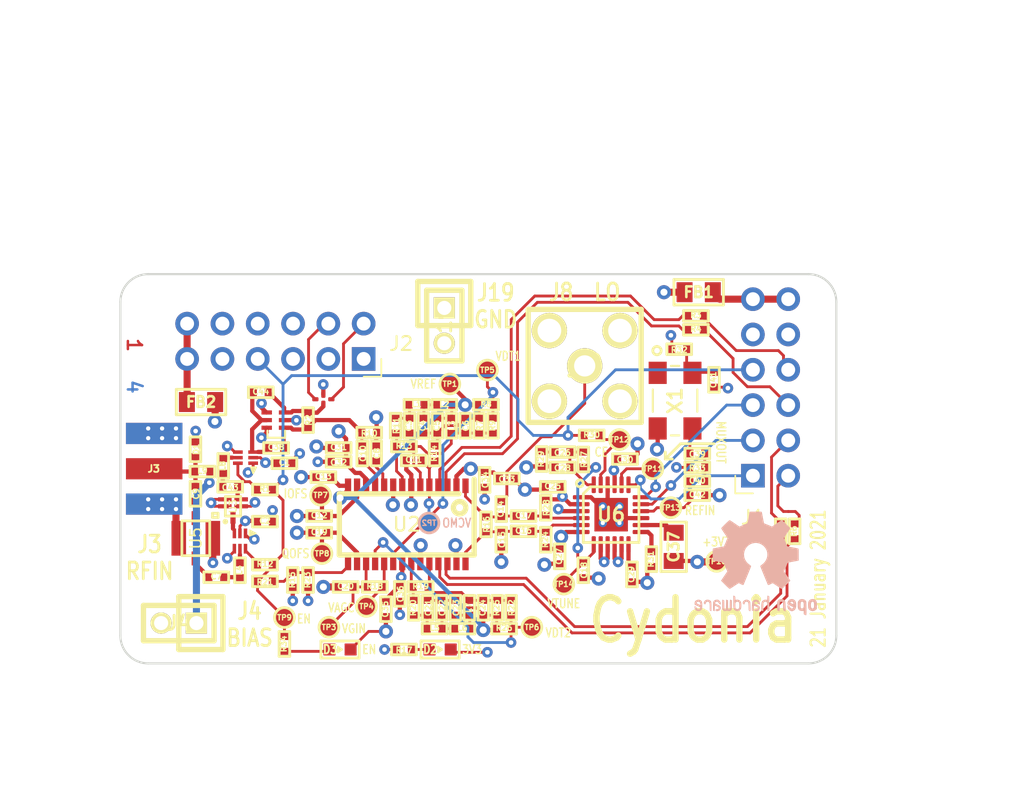
<source format=kicad_pcb>
(kicad_pcb (version 20171130) (host pcbnew 5.1.6)
  (title_block (title Cydonia) (date 2021-01-21) (company "Copyright © 2019-2021 Great Scott Gadgets") (comment 1 "Licensed under the CERN-OHL-P v2"))
  (layers (0 F.Cu signal) (1 C2.Cu signal) (2 C3.Cu signal) (31 B.Cu signal) (34 B.Paste user) (35 F.Paste user) (36 B.SilkS user) (37 F.SilkS user) (38 B.Mask user) (39 F.Mask user hide) (44 Edge.Cuts user))
  (net 0 "")
  (net 1 GND)
  (net 2 +3V3)
  (net 3 /VREF)
  (net 4 "Net-(C3-Pad1)")
  (net 5 "Net-(C4-Pad1)")
  (net 6 "Net-(C5-Pad1)")
  (net 7 /IAIN)
  (net 8 "Net-(C7-Pad2)")
  (net 9 "Net-(C7-Pad1)")
  (net 10 "Net-(C9-Pad1)")
  (net 11 "Net-(C9-Pad2)")
  (net 12 "Net-(C10-Pad2)")
  (net 13 /VCMO)
  (net 14 /IOFS)
  (net 15 "Net-(C14-Pad1)")
  (net 16 /VTUNE)
  (net 17 /QOFS)
  (net 18 /VGIN)
  (net 19 "Net-(C21-Pad1)")
  (net 20 "Net-(C22-Pad1)")
  (net 21 "Net-(C23-Pad1)")
  (net 22 /QAIN)
  (net 23 "Net-(C26-Pad1)")
  (net 24 /REFIN)
  (net 25 "Net-(C39-Pad1)")
  (net 26 "Net-(C39-Pad2)")
  (net 27 "Net-(C41-Pad1)")
  (net 28 /VAGC)
  (net 29 /VDT1)
  (net 30 /VDT2)
  (net 31 /ENBL)
  (net 32 /MUXOUT)
  (net 33 /CE)
  (net 34 "Net-(L4-Pad1)")
  (net 35 /IMXO)
  (net 36 "Net-(R12-Pad2)")
  (net 37 /QMXO)
  (net 38 "Net-(U3-Pad1)")
  (net 39 /RFI_N)
  (net 40 /RFI_P)
  (net 41 /LOI_N)
  (net 42 /LOI_P)
  (net 43 /RFOUTB)
  (net 44 /RFOUTA)
  (net 45 /CP)
  (net 46 /CC)
  (net 47 /CN)
  (net 48 /IOP_P)
  (net 49 /IOP_N)
  (net 50 /QOP_N)
  (net 51 /QOP_P)
  (net 52 /RSET)
  (net 53 "Net-(X1-Pad1)")
  (net 54 /EN)
  (net 55 /DATA)
  (net 56 /CLK)
  (net 57 /LE)
  (net 58 "Net-(C38-Pad2)")
  (net 59 "Net-(C43-Pad1)")
  (net 60 "Net-(C43-Pad2)")
  (net 61 /I_N)
  (net 62 /I_P)
  (net 63 /Q_N)
  (net 64 /Q_P)
  (net 65 "Net-(J2-Pad10)")
  (net 66 "Net-(J2-Pad9)")
  (net 67 "Net-(J2-Pad3)")
  (net 68 "Net-(J2-Pad2)")
  (net 69 "Net-(L8-Pad1)")
  (net 70 "Net-(R1-Pad2)")
  (net 71 "Net-(J2-Pad1)")
  (net 72 "Net-(FB1-Pad1)")
  (net 73 "Net-(FB2-Pad1)")
  (net 74 "Net-(C44-Pad1)")
  (net 75 /RF_N)
  (net 76 /RF_P)
  (net 77 "Net-(J4-Pad1)")
  (net 78 "Net-(D2-Pad2)")
  (net 79 "Net-(D3-Pad2)")
  (module Symbol:OSHW-Logo2_9.8x8mm_SilkScreen (layer B.Cu) (at 168.3 120.3 180)
    (fp_text reference REF** hide)
    (fp_text value OSHW-Logo2_9.8x8mm_SilkScreen hide)
  )
  (module gsg-modules:0402 (layer F.Cu) (at 134.4 126.1 270)
    (fp_text reference R34 (at 0 0.0508 90) (layer F.SilkS) (effects (font (size 0.4064 0.4064) (thickness 0.1016))))
    (fp_text value 1.5k hide)
    (pad 1 smd rect (at -0.5334 0 270) (size 0.508 0.5588) (layers F.Cu F.Paste F.Mask) (net 54 /EN))
    (pad 2 smd rect (at 0.5334 0 270) (size 0.508 0.5588) (layers F.Cu F.Paste F.Mask) (net 79 "Net-(D3-Pad2)"))
  )
  (module gsg-modules:0603D (layer F.Cu) (at 138.4 126.5 180)
    (fp_text reference D3 (at 0.7112 0) (layer F.SilkS) (effects (font (size 0.6096 0.508) (thickness 0.127))))
    (fp_text value LED hide)
    (pad 1 smd rect (at -0.762 0 180) (size 0.8636 0.8636) (layers F.Cu F.Paste F.Mask) (net 1 GND))
    (pad 2 smd rect (at 0.762 0 180) (size 0.8636 0.8636) (layers F.Cu F.Paste F.Mask) (net 79 "Net-(D3-Pad2)"))
  )
  (module gsg-modules:0402 (layer F.Cu) (at 143 126.5)
    (fp_text reference R17 (at 0 0.0508) (layer F.SilkS) (effects (font (size 0.4064 0.4064) (thickness 0.1016))))
    (fp_text value 1.5k hide)
    (pad 1 smd rect (at -0.5334 0) (size 0.508 0.5588) (layers F.Cu F.Paste F.Mask) (net 2 +3V3))
    (pad 2 smd rect (at 0.5334 0) (size 0.508 0.5588) (layers F.Cu F.Paste F.Mask) (net 78 "Net-(D2-Pad2)"))
  )
  (module gsg-modules:0603D (layer F.Cu) (at 145.6 126.5 180)
    (fp_text reference D2 (at 0.7112 0) (layer F.SilkS) (effects (font (size 0.6096 0.508) (thickness 0.127))))
    (fp_text value LED hide)
    (pad 1 smd rect (at -0.762 0 180) (size 0.8636 0.8636) (layers F.Cu F.Paste F.Mask) (net 1 GND))
    (pad 2 smd rect (at 0.762 0 180) (size 0.8636 0.8636) (layers F.Cu F.Paste F.Mask) (net 78 "Net-(D2-Pad2)"))
  )
  (module gsg-modules:0402 (layer F.Cu) (at 128.5 113.7 180)
    (fp_text reference L9 (at 0 0.0508) (layer F.SilkS) (effects (font (size 0.4064 0.4064) (thickness 0.1016))))
    (fp_text value 27nH hide)
    (pad 1 smd rect (at -0.5334 0 180) (size 0.508 0.5588) (layers F.Cu F.Paste F.Mask) (net 77 "Net-(J4-Pad1)"))
    (pad 2 smd rect (at 0.5334 0 180) (size 0.508 0.5588) (layers F.Cu F.Paste F.Mask) (net 11 "Net-(C9-Pad2)"))
  )
  (module gsg-modules:HEADER-1x2 (layer F.Cu) (at 126.8 124.6 180)
    (fp_text reference J4 (at 0 0) (layer F.SilkS) (effects (font (size 1.016 1.016) (thickness 0.2032))))
    (fp_text value BIAS hide)
    (pad 2 thru_hole circle (at 1.27 0 180) (size 1.524 1.524) (drill 1.016) (layers *.Cu *.Mask F.SilkS) (net 2 +3V3))
    (pad 1 thru_hole rect (at -1.27 0 180) (size 1.524 1.524) (drill 1.016) (layers *.Cu *.Mask F.SilkS) (net 77 "Net-(J4-Pad1)"))
  )
  (module cydonia:PinHeader_2x06_P2.54mm_PMOD (layer F.Cu) (at 168.1 114 180)
    (fp_text reference J1 (at 0 -3) (layer F.SilkS))
    (fp_text value PMOD hide)
    (pad 12 thru_hole oval (at -2.54 12.7 180) (size 1.7 1.7) (drill 1) (layers *.Cu *.Mask) (net 72 "Net-(FB1-Pad1)"))
    (pad 6 thru_hole oval (at 0 12.7 180) (size 1.7 1.7) (drill 1) (layers *.Cu *.Mask) (net 72 "Net-(FB1-Pad1)"))
    (pad 11 thru_hole oval (at -2.54 10.16 180) (size 1.7 1.7) (drill 1) (layers *.Cu *.Mask) (net 1 GND))
    (pad 5 thru_hole oval (at 0 10.16 180) (size 1.7 1.7) (drill 1) (layers *.Cu *.Mask) (net 1 GND))
    (pad 10 thru_hole oval (at -2.54 7.62 180) (size 1.7 1.7) (drill 1) (layers *.Cu *.Mask) (net 61 /I_N))
    (pad 4 thru_hole oval (at 0 7.62 180) (size 1.7 1.7) (drill 1) (layers *.Cu *.Mask) (net 54 /EN))
    (pad 9 thru_hole oval (at -2.54 5.08 180) (size 1.7 1.7) (drill 1) (layers *.Cu *.Mask) (net 62 /I_P))
    (pad 3 thru_hole oval (at 0 5.08 180) (size 1.7 1.7) (drill 1) (layers *.Cu *.Mask) (net 55 /DATA))
    (pad 8 thru_hole oval (at -2.54 2.54 180) (size 1.7 1.7) (drill 1) (layers *.Cu *.Mask) (net 63 /Q_N))
    (pad 2 thru_hole oval (at 0 2.54 180) (size 1.7 1.7) (drill 1) (layers *.Cu *.Mask) (net 56 /CLK))
    (pad 7 thru_hole oval (at -2.54 0 180) (size 1.7 1.7) (drill 1) (layers *.Cu *.Mask) (net 64 /Q_P))
    (pad 1 thru_hole rect (at 0 0 180) (size 1.7 1.7) (drill 1) (layers *.Cu *.Mask) (net 57 /LE))
  )
  (module cydonia:HHM1903A4 (layer F.Cu) (at 137.2 108.5)
    (fp_text reference T1 hide)
    (fp_text value HHM1903A4 hide)
    (pad 4 smd roundrect (at 0 -0.325) (size 0.3 0.45) (layers F.Cu F.Paste F.Mask) (net 1 GND))
    (pad 3 smd roundrect (at 0.575 0) (size 0.45 0.3) (layers F.Cu F.Paste F.Mask) (net 76 /RF_P))
    (pad 2 smd roundrect (at 0 0.325) (size 0.3 0.45) (layers F.Cu F.Paste F.Mask) (net 74 "Net-(C44-Pad1)"))
    (pad 1 smd roundrect (at -0.575 0) (size 0.45 0.3) (layers F.Cu F.Paste F.Mask) (net 75 /RF_N))
  )
  (module gsg-modules:0402 (layer F.Cu) (at 132.7 108 180)
    (fp_text reference C44 (at 0 0.0508) (layer F.SilkS) (effects (font (size 0.4064 0.4064) (thickness 0.1016))))
    (fp_text value 100pF hide)
    (pad 1 smd rect (at -0.5334 0 180) (size 0.508 0.5588) (layers F.Cu F.Paste F.Mask) (net 74 "Net-(C44-Pad1)"))
    (pad 2 smd rect (at 0.5334 0 180) (size 0.508 0.5588) (layers F.Cu F.Paste F.Mask) (net 58 "Net-(C38-Pad2)"))
  )
  (module gsg-modules:0805 (layer F.Cu) (at 128.4 108.7)
    (fp_text reference FB2 (at 0 0) (layer F.SilkS) (effects (font (size 0.762 0.762) (thickness 0.1905))))
    (fp_text value Ferrite_Bead hide)
    (pad 1 smd rect (at -1.016 0) (size 1.15062 1.44018) (layers F.Cu F.Paste F.Mask) (net 73 "Net-(FB2-Pad1)"))
    (pad 2 smd rect (at 1.016 0) (size 1.15062 1.44018) (layers F.Cu F.Paste F.Mask) (net 2 +3V3))
  )
  (module gsg-modules:BGA7H1N6 (layer F.Cu) (at 131.6 112.7 270)
    (fp_text reference U7 hide)
    (fp_text value LNA hide)
    (pad 4 smd rect (at -0.4 0.55 270) (size 0.25 0.7) (layers F.Cu F.Paste F.Mask) (net 1 GND))
    (pad 5 smd rect (at 0 0.55 270) (size 0.25 0.7) (layers F.Cu F.Paste F.Mask) (net 69 "Net-(L8-Pad1)"))
    (pad 6 smd rect (at 0.4 0.55 270) (size 0.25 0.7) (layers F.Cu F.Paste F.Mask) (net 70 "Net-(R1-Pad2)"))
    (pad 1 smd rect (at 0.4 -0.55 270) (size 0.25 0.7) (layers F.Cu F.Paste F.Mask) (net 1 GND))
    (pad 2 smd rect (at 0 -0.55 270) (size 0.25 0.7) (layers F.Cu F.Paste F.Mask) (net 2 +3V3))
    (pad 3 smd rect (at -0.4 -0.55 270) (size 0.25 0.7) (layers F.Cu F.Paste F.Mask) (net 58 "Net-(C38-Pad2)"))
  )
  (module gsg-modules:HHM2293A1 (layer F.Cu) (at 131.4 110 90)
    (fp_text reference U1 hide)
    (fp_text value HHM2293A1 hide)
    (pad 6 smd rect (at -0.55 1.725 270) (size 0.3 0.75) (layers F.Cu F.Paste F.Mask) (net 1 GND))
    (pad 5 smd rect (at 0 1.725 270) (size 0.3 0.75) (layers F.Cu F.Paste F.Mask) (net 58 "Net-(C38-Pad2)"))
    (pad 4 smd rect (at 0.55 1.725 270) (size 0.3 0.75) (layers F.Cu F.Paste F.Mask) (net 1 GND))
    (pad 3 smd rect (at 0.55 2.975 270) (size 0.3 0.75) (layers F.Cu F.Paste F.Mask) (net 74 "Net-(C44-Pad1)"))
    (pad 2 smd rect (at 0 2.975 270) (size 0.3 0.75) (layers F.Cu F.Paste F.Mask) (net 1 GND))
    (pad 1 smd rect (at -0.55 2.975 90) (size 0.3 0.75) (layers F.Cu F.Paste F.Mask) (net 12 "Net-(C10-Pad2)"))
  )
  (module gsg-modules:0402 (layer F.Cu) (at 136.1 110 90)
    (fp_text reference R2 (at 0 0.0508 90) (layer F.SilkS) (effects (font (size 0.4064 0.4064) (thickness 0.1016))))
    (fp_text value 100 hide)
    (pad 1 smd rect (at -0.5334 0 90) (size 0.508 0.5588) (layers F.Cu F.Paste F.Mask) (net 12 "Net-(C10-Pad2)"))
    (pad 2 smd rect (at 0.5334 0 90) (size 0.508 0.5588) (layers F.Cu F.Paste F.Mask) (net 74 "Net-(C44-Pad1)"))
  )
  (module gsg-modules:0402 (layer F.Cu) (at 133 115 180)
    (fp_text reference R1 (at 0 0.0508) (layer F.SilkS) (effects (font (size 0.4064 0.4064) (thickness 0.1016))))
    (fp_text value 0 hide)
    (pad 1 smd rect (at -0.5334 0 180) (size 0.508 0.5588) (layers F.Cu F.Paste F.Mask) (net 54 /EN))
    (pad 2 smd rect (at 0.5334 0 180) (size 0.508 0.5588) (layers F.Cu F.Paste F.Mask) (net 70 "Net-(R1-Pad2)"))
  )
  (module gsg-modules:0402 (layer F.Cu) (at 130 113.3 270)
    (fp_text reference L8 (at 0 0.0508 90) (layer F.SilkS) (effects (font (size 0.4064 0.4064) (thickness 0.1016))))
    (fp_text value 3.6nH hide)
    (pad 1 smd rect (at -0.5334 0 270) (size 0.508 0.5588) (layers F.Cu F.Paste F.Mask) (net 69 "Net-(L8-Pad1)"))
    (pad 2 smd rect (at 0.5334 0 270) (size 0.508 0.5588) (layers F.Cu F.Paste F.Mask) (net 59 "Net-(C43-Pad1)"))
  )
  (module cydonia:PinHeader_2x06_P2.54mm_PMOD (layer F.Cu) (at 140.1 105.6 270)
    (fp_text reference J2 (at -1.1 -2.7 180) (layer F.SilkS))
    (fp_text value PMOD hide)
    (pad 12 thru_hole oval (at -2.54 12.7 270) (size 1.7 1.7) (drill 1) (layers *.Cu *.Mask) (net 73 "Net-(FB2-Pad1)"))
    (pad 6 thru_hole oval (at 0 12.7 270) (size 1.7 1.7) (drill 1) (layers *.Cu *.Mask) (net 73 "Net-(FB2-Pad1)"))
    (pad 11 thru_hole oval (at -2.54 10.16 270) (size 1.7 1.7) (drill 1) (layers *.Cu *.Mask) (net 1 GND))
    (pad 5 thru_hole oval (at 0 10.16 270) (size 1.7 1.7) (drill 1) (layers *.Cu *.Mask) (net 1 GND))
    (pad 10 thru_hole oval (at -2.54 7.62 270) (size 1.7 1.7) (drill 1) (layers *.Cu *.Mask) (net 65 "Net-(J2-Pad10)"))
    (pad 4 thru_hole oval (at 0 7.62 270) (size 1.7 1.7) (drill 1) (layers *.Cu *.Mask) (net 54 /EN))
    (pad 9 thru_hole oval (at -2.54 5.08 270) (size 1.7 1.7) (drill 1) (layers *.Cu *.Mask) (net 66 "Net-(J2-Pad9)"))
    (pad 3 thru_hole oval (at 0 5.08 270) (size 1.7 1.7) (drill 1) (layers *.Cu *.Mask) (net 67 "Net-(J2-Pad3)"))
    (pad 8 thru_hole oval (at -2.54 2.54 270) (size 1.7 1.7) (drill 1) (layers *.Cu *.Mask) (net 75 /RF_N))
    (pad 2 thru_hole oval (at 0 2.54 270) (size 1.7 1.7) (drill 1) (layers *.Cu *.Mask) (net 68 "Net-(J2-Pad2)"))
    (pad 7 thru_hole oval (at -2.54 0 270) (size 1.7 1.7) (drill 1) (layers *.Cu *.Mask) (net 76 /RF_P))
    (pad 1 thru_hole rect (at 0 0 270) (size 1.7 1.7) (drill 1) (layers *.Cu *.Mask) (net 71 "Net-(J2-Pad1)"))
  )
  (module gsg-modules:0402 (layer F.Cu) (at 130.5 114.8)
    (fp_text reference C43 (at 0 0.0508) (layer F.SilkS) (effects (font (size 0.4064 0.4064) (thickness 0.1016))))
    (fp_text value 1nF hide)
    (pad 1 smd rect (at -0.5334 0) (size 0.508 0.5588) (layers F.Cu F.Paste F.Mask) (net 59 "Net-(C43-Pad1)"))
    (pad 2 smd rect (at 0.5334 0) (size 0.508 0.5588) (layers F.Cu F.Paste F.Mask) (net 60 "Net-(C43-Pad2)"))
  )
  (module gsg-modules:0402 (layer F.Cu) (at 133.8 112 180)
    (fp_text reference C38 (at 0 0.0508) (layer F.SilkS) (effects (font (size 0.4064 0.4064) (thickness 0.1016))))
    (fp_text value 100pF hide)
    (pad 1 smd rect (at -0.5334 0 180) (size 0.508 0.5588) (layers F.Cu F.Paste F.Mask) (net 12 "Net-(C10-Pad2)"))
    (pad 2 smd rect (at 0.5334 0 180) (size 0.508 0.5588) (layers F.Cu F.Paste F.Mask) (net 58 "Net-(C38-Pad2)"))
  )
  (module gsg-modules:0402 (layer F.Cu) (at 134.4 113.1 180)
    (fp_text reference C1 (at 0 0.0508) (layer F.SilkS) (effects (font (size 0.4064 0.4064) (thickness 0.1016))))
    (fp_text value 1nF hide)
    (pad 1 smd rect (at -0.5334 0 180) (size 0.508 0.5588) (layers F.Cu F.Paste F.Mask) (net 1 GND))
    (pad 2 smd rect (at 0.5334 0 180) (size 0.508 0.5588) (layers F.Cu F.Paste F.Mask) (net 2 +3V3))
  )
  (module gsg-modules:0402 (layer F.Cu) (at 164.1 113.4)
    (fp_text reference R33 (at 0 0.0508) (layer F.SilkS) (effects (font (size 0.4064 0.4064) (thickness 0.1016))))
    (fp_text value 51 hide)
    (pad 1 smd rect (at -0.5334 0) (size 0.508 0.5588) (layers F.Cu F.Paste F.Mask) (net 1 GND))
    (pad 2 smd rect (at 0.5334 0) (size 0.508 0.5588) (layers F.Cu F.Paste F.Mask) (net 26 "Net-(C39-Pad2)"))
  )
  (module gsg-modules:0402 (layer F.Cu) (at 162.8 104.9)
    (fp_text reference R32 (at 0 0.0508) (layer F.SilkS) (effects (font (size 0.4064 0.4064) (thickness 0.1016))))
    (fp_text value 0 hide)
    (pad 2 smd rect (at 0.5334 0) (size 0.508 0.5588) (layers F.Cu F.Paste F.Mask) (net 27 "Net-(C41-Pad1)"))
    (pad 1 smd rect (at -0.5334 0) (size 0.508 0.5588) (layers F.Cu F.Paste F.Mask) (net 2 +3V3))
  )
  (module gsg-modules:0402 (layer F.Cu) (at 160.8 120 270)
    (fp_text reference R31 (at 0 0.0508 90) (layer F.SilkS) (effects (font (size 0.4064 0.4064) (thickness 0.1016))))
    (fp_text value 3k3 hide)
    (pad 1 smd rect (at -0.5334 0 270) (size 0.508 0.5588) (layers F.Cu F.Paste F.Mask) (net 52 /RSET))
    (pad 2 smd rect (at 0.5334 0 270) (size 0.508 0.5588) (layers F.Cu F.Paste F.Mask) (net 1 GND))
  )
  (module gsg-modules:0402 (layer F.Cu) (at 156.5 111.1 180)
    (fp_text reference R30 (at 0 0.0508) (layer F.SilkS) (effects (font (size 0.4064 0.4064) (thickness 0.1016))))
    (fp_text value 0 hide)
    (pad 1 smd rect (at -0.5334 0 180) (size 0.508 0.5588) (layers F.Cu F.Paste F.Mask) (net 33 /CE))
    (pad 2 smd rect (at 0.5334 0 180) (size 0.508 0.5588) (layers F.Cu F.Paste F.Mask) (net 54 /EN))
  )
  (module gsg-modules:0402 (layer F.Cu) (at 152.9 112.8 270)
    (fp_text reference R29 (at 0 0.0508 90) (layer F.SilkS) (effects (font (size 0.4064 0.4064) (thickness 0.1016))))
    (fp_text value 1.5k hide)
    (pad 2 smd rect (at 0.5334 0 270) (size 0.508 0.5588) (layers F.Cu F.Paste F.Mask) (net 1 GND))
    (pad 1 smd rect (at -0.5334 0 270) (size 0.508 0.5588) (layers F.Cu F.Paste F.Mask) (net 23 "Net-(C26-Pad1)"))
  )
  (module gsg-modules:0402 (layer F.Cu) (at 153.2 116.3 90)
    (fp_text reference R28 (at 0 0.0508 90) (layer F.SilkS) (effects (font (size 0.4064 0.4064) (thickness 0.1016))))
    (fp_text value 51 hide)
    (pad 1 smd rect (at -0.5334 0 90) (size 0.508 0.5588) (layers F.Cu F.Paste F.Mask) (net 44 /RFOUTA))
    (pad 2 smd rect (at 0.5334 0 90) (size 0.508 0.5588) (layers F.Cu F.Paste F.Mask) (net 2 +3V3))
  )
  (module gsg-modules:0402 (layer F.Cu) (at 155.9 112.8334 90)
    (fp_text reference R27 (at 0 0.0508 90) (layer F.SilkS) (effects (font (size 0.4064 0.4064) (thickness 0.1016))))
    (fp_text value 3k hide)
    (pad 1 smd rect (at -0.5334 0 90) (size 0.508 0.5588) (layers F.Cu F.Paste F.Mask) (net 16 /VTUNE))
    (pad 2 smd rect (at 0.5334 0 90) (size 0.508 0.5588) (layers F.Cu F.Paste F.Mask) (net 45 /CP))
  )
  (module gsg-modules:0402 (layer F.Cu) (at 150.2 125 180)
    (fp_text reference R26 (at 0 0.0508) (layer F.SilkS) (effects (font (size 0.4064 0.4064) (thickness 0.1016))))
    (fp_text value 3k3 hide)
    (pad 1 smd rect (at -0.5334 0 180) (size 0.508 0.5588) (layers F.Cu F.Paste F.Mask) (net 30 /VDT2))
    (pad 2 smd rect (at 0.5334 0 180) (size 0.508 0.5588) (layers F.Cu F.Paste F.Mask) (net 3 /VREF))
  )
  (module gsg-modules:0402 (layer F.Cu) (at 149.7 123.5 270)
    (fp_text reference R25 (at 0 0.0508 90) (layer F.SilkS) (effects (font (size 0.4064 0.4064) (thickness 0.1016))))
    (fp_text value 100 hide)
    (pad 1 smd rect (at -0.5334 0 270) (size 0.508 0.5588) (layers F.Cu F.Paste F.Mask) (net 22 /QAIN))
    (pad 2 smd rect (at 0.5334 0 270) (size 0.508 0.5588) (layers F.Cu F.Paste F.Mask) (net 3 /VREF))
  )
  (module gsg-modules:0402 (layer F.Cu) (at 153.2 118.6 270)
    (fp_text reference R24 (at 0 0.0508 90) (layer F.SilkS) (effects (font (size 0.4064 0.4064) (thickness 0.1016))))
    (fp_text value 51 hide)
    (pad 2 smd rect (at 0.5334 0 270) (size 0.508 0.5588) (layers F.Cu F.Paste F.Mask) (net 2 +3V3))
    (pad 1 smd rect (at -0.5334 0 270) (size 0.508 0.5588) (layers F.Cu F.Paste F.Mask) (net 43 /RFOUTB))
  )
  (module gsg-modules:0402 (layer F.Cu) (at 136.1 121.5 270)
    (fp_text reference R23 (at 0 0.0508 90) (layer F.SilkS) (effects (font (size 0.4064 0.4064) (thickness 0.1016))))
    (fp_text value 10k hide)
    (pad 1 smd rect (at -0.5334 0 270) (size 0.508 0.5588) (layers F.Cu F.Paste F.Mask) (net 31 /ENBL))
    (pad 2 smd rect (at 0.5334 0 270) (size 0.508 0.5588) (layers F.Cu F.Paste F.Mask) (net 1 GND))
  )
  (module gsg-modules:0402 (layer F.Cu) (at 150.7 123.5 90)
    (fp_text reference R22 (at 0 0.0508 90) (layer F.SilkS) (effects (font (size 0.4064 0.4064) (thickness 0.1016))))
    (fp_text value 2k2 hide)
    (pad 2 smd rect (at 0.5334 0 90) (size 0.508 0.5588) (layers F.Cu F.Paste F.Mask) (net 22 /QAIN))
    (pad 1 smd rect (at -0.5334 0 90) (size 0.508 0.5588) (layers F.Cu F.Paste F.Mask) (net 30 /VDT2))
  )
  (module gsg-modules:0402 (layer F.Cu) (at 133 121.6)
    (fp_text reference R21 (at 0 0.0508) (layer F.SilkS) (effects (font (size 0.4064 0.4064) (thickness 0.1016))))
    (fp_text value 0 hide)
    (pad 2 smd rect (at 0.5334 0) (size 0.508 0.5588) (layers F.Cu F.Paste F.Mask) (net 31 /ENBL))
    (pad 1 smd rect (at -0.5334 0) (size 0.508 0.5588) (layers F.Cu F.Paste F.Mask) (net 54 /EN))
  )
  (module gsg-modules:0402 (layer F.Cu) (at 143.7 123.5 270)
    (fp_text reference R20 (at 0 0.0508 90) (layer F.SilkS) (effects (font (size 0.4064 0.4064) (thickness 0.1016))))
    (fp_text value 100 hide)
    (pad 1 smd rect (at -0.5334 0 270) (size 0.508 0.5588) (layers F.Cu F.Paste F.Mask) (net 37 /QMXO))
    (pad 2 smd rect (at 0.5334 0 270) (size 0.508 0.5588) (layers F.Cu F.Paste F.Mask) (net 19 "Net-(C21-Pad1)"))
  )
  (module gsg-modules:0402 (layer F.Cu) (at 144.2 122 180)
    (fp_text reference R19 (at 0 0.0508) (layer F.SilkS) (effects (font (size 0.4064 0.4064) (thickness 0.1016))))
    (fp_text value 0 hide)
    (pad 2 smd rect (at 0.5334 0 180) (size 0.508 0.5588) (layers F.Cu F.Paste F.Mask) (net 37 /QMXO))
    (pad 1 smd rect (at -0.5334 0 180) (size 0.508 0.5588) (layers F.Cu F.Paste F.Mask) (net 22 /QAIN))
  )
  (module gsg-modules:0402 (layer F.Cu) (at 140.9 122 180)
    (fp_text reference R18 (at 0 0.0508) (layer F.SilkS) (effects (font (size 0.4064 0.4064) (thickness 0.1016))))
    (fp_text value 0 hide)
    (pad 2 smd rect (at 0.5334 0 180) (size 0.508 0.5588) (layers F.Cu F.Paste F.Mask) (net 18 /VGIN))
    (pad 1 smd rect (at -0.5334 0 180) (size 0.508 0.5588) (layers F.Cu F.Paste F.Mask) (net 28 /VAGC))
  )
  (module gsg-modules:0402 (layer F.Cu) (at 148.9 117.5 90)
    (fp_text reference R16 (at 0 0.0508 90) (layer F.SilkS) (effects (font (size 0.4064 0.4064) (thickness 0.1016))))
    (fp_text value 200 hide)
    (pad 1 smd rect (at -0.5334 0 90) (size 0.508 0.5588) (layers F.Cu F.Paste F.Mask) (net 42 /LOI_P))
    (pad 2 smd rect (at 0.5334 0 90) (size 0.508 0.5588) (layers F.Cu F.Paste F.Mask) (net 41 /LOI_N))
  )
  (module gsg-modules:0402 (layer F.Cu) (at 135 121.5 270)
    (fp_text reference R15 (at 0 0.0508 90) (layer F.SilkS) (effects (font (size 0.4064 0.4064) (thickness 0.1016))))
    (fp_text value 10k hide)
    (pad 2 smd rect (at 0.5334 0 270) (size 0.508 0.5588) (layers F.Cu F.Paste F.Mask) (net 2 +3V3))
    (pad 1 smd rect (at -0.5334 0 270) (size 0.508 0.5588) (layers F.Cu F.Paste F.Mask) (net 31 /ENBL))
  )
  (module gsg-modules:0402 (layer F.Cu) (at 145.2 112.4 270)
    (fp_text reference R14 (at 0 0.0508 90) (layer F.SilkS) (effects (font (size 0.4064 0.4064) (thickness 0.1016))))
    (fp_text value 0 hide)
    (pad 2 smd rect (at 0.5334 0 270) (size 0.508 0.5588) (layers F.Cu F.Paste F.Mask) (net 13 /VCMO))
    (pad 1 smd rect (at -0.5334 0 270) (size 0.508 0.5588) (layers F.Cu F.Paste F.Mask) (net 3 /VREF))
  )
  (module gsg-modules:0402 (layer F.Cu) (at 143 111.9 180)
    (fp_text reference R13 (at 0 0.0508) (layer F.SilkS) (effects (font (size 0.4064 0.4064) (thickness 0.1016))))
    (fp_text value 0 hide)
    (pad 1 smd rect (at -0.5334 0 180) (size 0.508 0.5588) (layers F.Cu F.Paste F.Mask) (net 7 /IAIN))
    (pad 2 smd rect (at 0.5334 0 180) (size 0.508 0.5588) (layers F.Cu F.Paste F.Mask) (net 35 /IMXO))
  )
  (module gsg-modules:0402 (layer F.Cu) (at 133 120.4 180)
    (fp_text reference R12 (at 0 0.0508) (layer F.SilkS) (effects (font (size 0.4064 0.4064) (thickness 0.1016))))
    (fp_text value 0 hide)
    (pad 1 smd rect (at -0.5334 0 180) (size 0.508 0.5588) (layers F.Cu F.Paste F.Mask) (net 54 /EN))
    (pad 2 smd rect (at 0.5334 0 180) (size 0.508 0.5588) (layers F.Cu F.Paste F.Mask) (net 36 "Net-(R12-Pad2)"))
  )
  (module gsg-modules:0402 (layer F.Cu) (at 142.4 110.4 90)
    (fp_text reference R11 (at 0 0.0508 90) (layer F.SilkS) (effects (font (size 0.4064 0.4064) (thickness 0.1016))))
    (fp_text value 100 hide)
    (pad 1 smd rect (at -0.5334 0 90) (size 0.508 0.5588) (layers F.Cu F.Paste F.Mask) (net 35 /IMXO))
    (pad 2 smd rect (at 0.5334 0 90) (size 0.508 0.5588) (layers F.Cu F.Paste F.Mask) (net 4 "Net-(C3-Pad1)"))
  )
  (module gsg-modules:0402 (layer F.Cu) (at 140.5 110.9)
    (fp_text reference R10 (at 0 0.0508) (layer F.SilkS) (effects (font (size 0.4064 0.4064) (thickness 0.1016))))
    (fp_text value 200 hide)
    (pad 2 smd rect (at 0.5334 0) (size 0.508 0.5588) (layers F.Cu F.Paste F.Mask) (net 1 GND))
    (pad 1 smd rect (at -0.5334 0) (size 0.508 0.5588) (layers F.Cu F.Paste F.Mask) (net 12 "Net-(C10-Pad2)"))
  )
  (module gsg-modules:0402 (layer F.Cu) (at 149.4 110.4 270)
    (fp_text reference R9 (at 0 0.0508 90) (layer F.SilkS) (effects (font (size 0.4064 0.4064) (thickness 0.1016))))
    (fp_text value 2k2 hide)
    (pad 1 smd rect (at -0.5334 0 270) (size 0.508 0.5588) (layers F.Cu F.Paste F.Mask) (net 29 /VDT1))
    (pad 2 smd rect (at 0.5334 0 270) (size 0.508 0.5588) (layers F.Cu F.Paste F.Mask) (net 7 /IAIN))
  )
  (module gsg-modules:0402 (layer F.Cu) (at 148.9 108.9 180)
    (fp_text reference R8 (at 0 0.0508) (layer F.SilkS) (effects (font (size 0.4064 0.4064) (thickness 0.1016))))
    (fp_text value 3k3 hide)
    (pad 2 smd rect (at 0.5334 0 180) (size 0.508 0.5588) (layers F.Cu F.Paste F.Mask) (net 3 /VREF))
    (pad 1 smd rect (at -0.5334 0 180) (size 0.508 0.5588) (layers F.Cu F.Paste F.Mask) (net 29 /VDT1))
  )
  (module gsg-modules:0402 (layer F.Cu) (at 148.4 110.4 90)
    (fp_text reference R7 (at 0 0.0508 90) (layer F.SilkS) (effects (font (size 0.4064 0.4064) (thickness 0.1016))))
    (fp_text value 100 hide)
    (pad 2 smd rect (at 0.5334 0 90) (size 0.508 0.5588) (layers F.Cu F.Paste F.Mask) (net 3 /VREF))
    (pad 1 smd rect (at -0.5334 0 90) (size 0.508 0.5588) (layers F.Cu F.Paste F.Mask) (net 7 /IAIN))
  )
  (module gsg-modules:0402 (layer F.Cu) (at 164 103.5 180)
    (fp_text reference R4 (at 0 0.0508) (layer F.SilkS) (effects (font (size 0.4064 0.4064) (thickness 0.1016))))
    (fp_text value 0 hide)
    (pad 2 smd rect (at 0.5334 0 180) (size 0.508 0.5588) (layers F.Cu F.Paste F.Mask) (net 49 /IOP_N))
    (pad 1 smd rect (at -0.5334 0 180) (size 0.508 0.5588) (layers F.Cu F.Paste F.Mask) (net 62 /I_P))
  )
  (module gsg-modules:0402 (layer F.Cu) (at 164 102.5 180)
    (fp_text reference R3 (at 0 0.0508) (layer F.SilkS) (effects (font (size 0.4064 0.4064) (thickness 0.1016))))
    (fp_text value 0 hide)
    (pad 1 smd rect (at -0.5334 0 180) (size 0.508 0.5588) (layers F.Cu F.Paste F.Mask) (net 61 /I_N))
    (pad 2 smd rect (at 0.5334 0 180) (size 0.508 0.5588) (layers F.Cu F.Paste F.Mask) (net 48 /IOP_P))
  )
  (module gsg-modules:0402 (layer F.Cu) (at 147.7 123.5 270)
    (fp_text reference L7 (at 0 0.0508 90) (layer F.SilkS) (effects (font (size 0.4064 0.4064) (thickness 0.1016))))
    (fp_text value 470nH hide)
    (pad 1 smd rect (at -0.5334 0 270) (size 0.508 0.5588) (layers F.Cu F.Paste F.Mask) (net 22 /QAIN))
    (pad 2 smd rect (at 0.5334 0 270) (size 0.508 0.5588) (layers F.Cu F.Paste F.Mask) (net 21 "Net-(C23-Pad1)"))
  )
  (module gsg-modules:0402 (layer F.Cu) (at 147.2 125 180)
    (fp_text reference L6 (at 0 0.0508) (layer F.SilkS) (effects (font (size 0.4064 0.4064) (thickness 0.1016))))
    (fp_text value 680nH hide)
    (pad 1 smd rect (at -0.5334 0 180) (size 0.508 0.5588) (layers F.Cu F.Paste F.Mask) (net 21 "Net-(C23-Pad1)"))
    (pad 2 smd rect (at 0.5334 0 180) (size 0.508 0.5588) (layers F.Cu F.Paste F.Mask) (net 20 "Net-(C22-Pad1)"))
  )
  (module gsg-modules:0402 (layer F.Cu) (at 145.2 125 180)
    (fp_text reference L5 (at 0 0.0508) (layer F.SilkS) (effects (font (size 0.4064 0.4064) (thickness 0.1016))))
    (fp_text value 470nH hide)
    (pad 2 smd rect (at 0.5334 0 180) (size 0.508 0.5588) (layers F.Cu F.Paste F.Mask) (net 19 "Net-(C21-Pad1)"))
    (pad 1 smd rect (at -0.5334 0 180) (size 0.508 0.5588) (layers F.Cu F.Paste F.Mask) (net 20 "Net-(C22-Pad1)"))
  )
  (module gsg-modules:0402 (layer F.Cu) (at 131.2 120.8 270)
    (fp_text reference L4 (at 0 0.0508 90) (layer F.SilkS) (effects (font (size 0.4064 0.4064) (thickness 0.1016))))
    (fp_text value 3.6nH hide)
    (pad 1 smd rect (at -0.5334 0 270) (size 0.508 0.5588) (layers F.Cu F.Paste F.Mask) (net 34 "Net-(L4-Pad1)"))
    (pad 2 smd rect (at 0.5334 0 270) (size 0.508 0.5588) (layers F.Cu F.Paste F.Mask) (net 9 "Net-(C7-Pad1)"))
  )
  (module gsg-modules:0402 (layer F.Cu) (at 146.4 110.4 90)
    (fp_text reference L3 (at 0 0.0508 90) (layer F.SilkS) (effects (font (size 0.4064 0.4064) (thickness 0.1016))))
    (fp_text value 470nH hide)
    (pad 2 smd rect (at 0.5334 0 90) (size 0.508 0.5588) (layers F.Cu F.Paste F.Mask) (net 6 "Net-(C5-Pad1)"))
    (pad 1 smd rect (at -0.5334 0 90) (size 0.508 0.5588) (layers F.Cu F.Paste F.Mask) (net 7 /IAIN))
  )
  (module gsg-modules:0402 (layer F.Cu) (at 145.9 108.9 180)
    (fp_text reference L2 (at 0 0.0508) (layer F.SilkS) (effects (font (size 0.4064 0.4064) (thickness 0.1016))))
    (fp_text value 680nH hide)
    (pad 1 smd rect (at -0.5334 0 180) (size 0.508 0.5588) (layers F.Cu F.Paste F.Mask) (net 6 "Net-(C5-Pad1)"))
    (pad 2 smd rect (at 0.5334 0 180) (size 0.508 0.5588) (layers F.Cu F.Paste F.Mask) (net 5 "Net-(C4-Pad1)"))
  )
  (module gsg-modules:0402 (layer F.Cu) (at 143.9 108.9 180)
    (fp_text reference L1 (at 0 0.0508) (layer F.SilkS) (effects (font (size 0.4064 0.4064) (thickness 0.1016))))
    (fp_text value 470nH hide)
    (pad 2 smd rect (at 0.5334 0 180) (size 0.508 0.5588) (layers F.Cu F.Paste F.Mask) (net 4 "Net-(C3-Pad1)"))
    (pad 1 smd rect (at -0.5334 0 180) (size 0.508 0.5588) (layers F.Cu F.Paste F.Mask) (net 5 "Net-(C4-Pad1)"))
  )
  (module gsg-modules:0402 (layer F.Cu) (at 128 112.1 90)
    (fp_text reference D1 (at 0 0.0508 90) (layer F.SilkS) (effects (font (size 0.4064 0.4064) (thickness 0.1016))))
    (fp_text value D_TVS hide)
    (pad 2 smd rect (at 0.5334 0 90) (size 0.508 0.5588) (layers F.Cu F.Paste F.Mask) (net 1 GND))
    (pad 1 smd rect (at -0.5334 0 90) (size 0.508 0.5588) (layers F.Cu F.Paste F.Mask) (net 11 "Net-(C9-Pad2)"))
  )
  (module gsg-modules:0402 (layer F.Cu) (at 164.1 115.4 180)
    (fp_text reference C42 (at 0 0.0508) (layer F.SilkS) (effects (font (size 0.4064 0.4064) (thickness 0.1016))))
    (fp_text value C hide)
    (pad 2 smd rect (at 0.5334 0 180) (size 0.508 0.5588) (layers F.Cu F.Paste F.Mask) (net 24 /REFIN))
    (pad 1 smd rect (at -0.5334 0 180) (size 0.508 0.5588) (layers F.Cu F.Paste F.Mask) (net 1 GND))
  )
  (module gsg-modules:0402 (layer F.Cu) (at 165.3 107.1 270)
    (fp_text reference C41 (at 0 0.0508 90) (layer F.SilkS) (effects (font (size 0.4064 0.4064) (thickness 0.1016))))
    (fp_text value 100nF hide)
    (pad 2 smd rect (at 0.5334 0 270) (size 0.508 0.5588) (layers F.Cu F.Paste F.Mask) (net 1 GND))
    (pad 1 smd rect (at -0.5334 0 270) (size 0.508 0.5588) (layers F.Cu F.Paste F.Mask) (net 27 "Net-(C41-Pad1)"))
  )
  (module gsg-modules:0402 (layer F.Cu) (at 164.1 114.4 180)
    (fp_text reference C40 (at 0 0.0508) (layer F.SilkS) (effects (font (size 0.4064 0.4064) (thickness 0.1016))))
    (fp_text value 1nF hide)
    (pad 2 smd rect (at 0.5334 0 180) (size 0.508 0.5588) (layers F.Cu F.Paste F.Mask) (net 24 /REFIN))
    (pad 1 smd rect (at -0.5334 0 180) (size 0.508 0.5588) (layers F.Cu F.Paste F.Mask) (net 26 "Net-(C39-Pad2)"))
  )
  (module gsg-modules:0402 (layer F.Cu) (at 164.1 112.4)
    (fp_text reference C39 (at 0 0.0508) (layer F.SilkS) (effects (font (size 0.4064 0.4064) (thickness 0.1016))))
    (fp_text value 1nF hide)
    (pad 1 smd rect (at -0.5334 0) (size 0.508 0.5588) (layers F.Cu F.Paste F.Mask) (net 25 "Net-(C39-Pad1)"))
    (pad 2 smd rect (at 0.5334 0) (size 0.508 0.5588) (layers F.Cu F.Paste F.Mask) (net 26 "Net-(C39-Pad2)"))
  )
  (module gsg-modules:0402 (layer F.Cu) (at 142.7 122.5 90)
    (fp_text reference C36 (at 0 0.0508 90) (layer F.SilkS) (effects (font (size 0.4064 0.4064) (thickness 0.1016))))
    (fp_text value 100pF hide)
    (pad 2 smd rect (at 0.5334 0 90) (size 0.508 0.5588) (layers F.Cu F.Paste F.Mask) (net 2 +3V3))
    (pad 1 smd rect (at -0.5334 0 90) (size 0.508 0.5588) (layers F.Cu F.Paste F.Mask) (net 1 GND))
  )
  (module gsg-modules:0402 (layer F.Cu) (at 141.7 123.6 270)
    (fp_text reference C35 (at 0 0.0508 90) (layer F.SilkS) (effects (font (size 0.4064 0.4064) (thickness 0.1016))))
    (fp_text value 100nF hide)
    (pad 1 smd rect (at -0.5334 0 270) (size 0.508 0.5588) (layers F.Cu F.Paste F.Mask) (net 2 +3V3))
    (pad 2 smd rect (at 0.5334 0 270) (size 0.508 0.5588) (layers F.Cu F.Paste F.Mask) (net 1 GND))
  )
  (module gsg-modules:0402 (layer F.Cu) (at 148.8 114.3 90)
    (fp_text reference C34 (at 0 0.0508 90) (layer F.SilkS) (effects (font (size 0.4064 0.4064) (thickness 0.1016))))
    (fp_text value 100pF hide)
    (pad 2 smd rect (at 0.5334 0 90) (size 0.508 0.5588) (layers F.Cu F.Paste F.Mask) (net 2 +3V3))
    (pad 1 smd rect (at -0.5334 0 90) (size 0.508 0.5588) (layers F.Cu F.Paste F.Mask) (net 1 GND))
  )
  (module gsg-modules:0402 (layer F.Cu) (at 150.4 114.2)
    (fp_text reference C33 (at 0 0.0508) (layer F.SilkS) (effects (font (size 0.4064 0.4064) (thickness 0.1016))))
    (fp_text value 100nF hide)
    (pad 1 smd rect (at -0.5334 0) (size 0.508 0.5588) (layers F.Cu F.Paste F.Mask) (net 2 +3V3))
    (pad 2 smd rect (at 0.5334 0) (size 0.508 0.5588) (layers F.Cu F.Paste F.Mask) (net 1 GND))
  )
  (module gsg-modules:0402 (layer F.Cu) (at 138.3 113)
    (fp_text reference C32 (at 0 0.0508) (layer F.SilkS) (effects (font (size 0.4064 0.4064) (thickness 0.1016))))
    (fp_text value 100pF hide)
    (pad 1 smd rect (at -0.5334 0) (size 0.508 0.5588) (layers F.Cu F.Paste F.Mask) (net 1 GND))
    (pad 2 smd rect (at 0.5334 0) (size 0.508 0.5588) (layers F.Cu F.Paste F.Mask) (net 2 +3V3))
  )
  (module gsg-modules:0402 (layer F.Cu) (at 138.3 112 180)
    (fp_text reference C31 (at 0 0.0508) (layer F.SilkS) (effects (font (size 0.4064 0.4064) (thickness 0.1016))))
    (fp_text value 100nF hide)
    (pad 2 smd rect (at 0.5334 0 180) (size 0.508 0.5588) (layers F.Cu F.Paste F.Mask) (net 1 GND))
    (pad 1 smd rect (at -0.5334 0 180) (size 0.508 0.5588) (layers F.Cu F.Paste F.Mask) (net 2 +3V3))
  )
  (module gsg-modules:0402 (layer F.Cu) (at 158.9 112.8)
    (fp_text reference C30 (at 0 0.0508) (layer F.SilkS) (effects (font (size 0.4064 0.4064) (thickness 0.1016))))
    (fp_text value 100nF hide)
    (pad 1 smd rect (at -0.5334 0) (size 0.508 0.5588) (layers F.Cu F.Paste F.Mask) (net 2 +3V3))
    (pad 2 smd rect (at 0.5334 0) (size 0.508 0.5588) (layers F.Cu F.Paste F.Mask) (net 1 GND))
  )
  (module gsg-modules:0402 (layer F.Cu) (at 159.4 121.1 270)
    (fp_text reference C29 (at 0 0.0508 90) (layer F.SilkS) (effects (font (size 0.4064 0.4064) (thickness 0.1016))))
    (fp_text value 10nF hide)
    (pad 2 smd rect (at 0.5334 0 270) (size 0.508 0.5588) (layers F.Cu F.Paste F.Mask) (net 1 GND))
    (pad 1 smd rect (at -0.5334 0 270) (size 0.508 0.5588) (layers F.Cu F.Paste F.Mask) (net 46 /CC))
  )
  (module gsg-modules:0402 (layer F.Cu) (at 154.4 113.4)
    (fp_text reference C28 (at 0 0.0508) (layer F.SilkS) (effects (font (size 0.4064 0.4064) (thickness 0.1016))))
    (fp_text value 560pF hide)
    (pad 2 smd rect (at 0.5334 0) (size 0.508 0.5588) (layers F.Cu F.Paste F.Mask) (net 45 /CP))
    (pad 1 smd rect (at -0.5334 0) (size 0.508 0.5588) (layers F.Cu F.Paste F.Mask) (net 1 GND))
  )
  (module gsg-modules:0402 (layer F.Cu) (at 154.2 119.8 270)
    (fp_text reference C27 (at 0 0.0508 90) (layer F.SilkS) (effects (font (size 0.4064 0.4064) (thickness 0.1016))))
    (fp_text value 100nF hide)
    (pad 1 smd rect (at -0.5334 0 270) (size 0.508 0.5588) (layers F.Cu F.Paste F.Mask) (net 2 +3V3))
    (pad 2 smd rect (at 0.5334 0 270) (size 0.508 0.5588) (layers F.Cu F.Paste F.Mask) (net 1 GND))
  )
  (module gsg-modules:0402 (layer F.Cu) (at 154.4 112.3)
    (fp_text reference C26 (at 0 0.0508) (layer F.SilkS) (effects (font (size 0.4064 0.4064) (thickness 0.1016))))
    (fp_text value 8.2nF hide)
    (pad 2 smd rect (at 0.5334 0) (size 0.508 0.5588) (layers F.Cu F.Paste F.Mask) (net 45 /CP))
    (pad 1 smd rect (at -0.5334 0) (size 0.508 0.5588) (layers F.Cu F.Paste F.Mask) (net 23 "Net-(C26-Pad1)"))
  )
  (module gsg-modules:0402 (layer F.Cu) (at 153.7 114.8 180)
    (fp_text reference C25 (at 0 0.0508) (layer F.SilkS) (effects (font (size 0.4064 0.4064) (thickness 0.1016))))
    (fp_text value 100nF hide)
    (pad 2 smd rect (at 0.5334 0 180) (size 0.508 0.5588) (layers F.Cu F.Paste F.Mask) (net 1 GND))
    (pad 1 smd rect (at -0.5334 0 180) (size 0.508 0.5588) (layers F.Cu F.Paste F.Mask) (net 2 +3V3))
  )
  (module gsg-modules:0402 (layer F.Cu) (at 148.7 123.5 270)
    (fp_text reference C24 (at 0 0.0508 90) (layer F.SilkS) (effects (font (size 0.4064 0.4064) (thickness 0.1016))))
    (fp_text value 18pF hide)
    (pad 2 smd rect (at 0.5334 0 270) (size 0.508 0.5588) (layers F.Cu F.Paste F.Mask) (net 3 /VREF))
    (pad 1 smd rect (at -0.5334 0 270) (size 0.508 0.5588) (layers F.Cu F.Paste F.Mask) (net 22 /QAIN))
  )
  (module gsg-modules:0402 (layer F.Cu) (at 146.7 123.5 90)
    (fp_text reference C23 (at 0 0.0508 90) (layer F.SilkS) (effects (font (size 0.4064 0.4064) (thickness 0.1016))))
    (fp_text value 68pF hide)
    (pad 1 smd rect (at -0.5334 0 90) (size 0.508 0.5588) (layers F.Cu F.Paste F.Mask) (net 21 "Net-(C23-Pad1)"))
    (pad 2 smd rect (at 0.5334 0 90) (size 0.508 0.5588) (layers F.Cu F.Paste F.Mask) (net 3 /VREF))
  )
  (module gsg-modules:0402 (layer F.Cu) (at 145.7 123.5 90)
    (fp_text reference C22 (at 0 0.0508 90) (layer F.SilkS) (effects (font (size 0.4064 0.4064) (thickness 0.1016))))
    (fp_text value 68pF hide)
    (pad 2 smd rect (at 0.5334 0 90) (size 0.508 0.5588) (layers F.Cu F.Paste F.Mask) (net 3 /VREF))
    (pad 1 smd rect (at -0.5334 0 90) (size 0.508 0.5588) (layers F.Cu F.Paste F.Mask) (net 20 "Net-(C22-Pad1)"))
  )
  (module gsg-modules:0402 (layer F.Cu) (at 144.7 123.5 90)
    (fp_text reference C21 (at 0 0.0508 90) (layer F.SilkS) (effects (font (size 0.4064 0.4064) (thickness 0.1016))))
    (fp_text value 18pF hide)
    (pad 1 smd rect (at -0.5334 0 90) (size 0.508 0.5588) (layers F.Cu F.Paste F.Mask) (net 19 "Net-(C21-Pad1)"))
    (pad 2 smd rect (at 0.5334 0 90) (size 0.508 0.5588) (layers F.Cu F.Paste F.Mask) (net 3 /VREF))
  )
  (module gsg-modules:0402 (layer F.Cu) (at 138.8 122 180)
    (fp_text reference C20 (at 0 0.0508) (layer F.SilkS) (effects (font (size 0.4064 0.4064) (thickness 0.1016))))
    (fp_text value 100nF hide)
    (pad 2 smd rect (at 0.5334 0 180) (size 0.508 0.5588) (layers F.Cu F.Paste F.Mask) (net 1 GND))
    (pad 1 smd rect (at -0.5334 0 180) (size 0.508 0.5588) (layers F.Cu F.Paste F.Mask) (net 18 /VGIN))
  )
  (module gsg-modules:0402 (layer F.Cu) (at 136.9 118.1 180)
    (fp_text reference C19 (at 0 0.0508) (layer F.SilkS) (effects (font (size 0.4064 0.4064) (thickness 0.1016))))
    (fp_text value 100nF hide)
    (pad 1 smd rect (at -0.5334 0 180) (size 0.508 0.5588) (layers F.Cu F.Paste F.Mask) (net 17 /QOFS))
    (pad 2 smd rect (at 0.5334 0 180) (size 0.508 0.5588) (layers F.Cu F.Paste F.Mask) (net 1 GND))
  )
  (module gsg-modules:0402 (layer F.Cu) (at 155.9 120.8 90)
    (fp_text reference C18 (at 0 0.0508 90) (layer F.SilkS) (effects (font (size 0.4064 0.4064) (thickness 0.1016))))
    (fp_text value 270pF hide)
    (pad 1 smd rect (at -0.5334 0 90) (size 0.508 0.5588) (layers F.Cu F.Paste F.Mask) (net 1 GND))
    (pad 2 smd rect (at 0.5334 0 90) (size 0.508 0.5588) (layers F.Cu F.Paste F.Mask) (net 16 /VTUNE))
  )
  (module gsg-modules:0402 (layer F.Cu) (at 151.6 116.9 180)
    (fp_text reference C17 (at 0 0.0508) (layer F.SilkS) (effects (font (size 0.4064 0.4064) (thickness 0.1016))))
    (fp_text value 100pF hide)
    (pad 1 smd rect (at -0.5334 0 180) (size 0.508 0.5588) (layers F.Cu F.Paste F.Mask) (net 44 /RFOUTA))
    (pad 2 smd rect (at 0.5334 0 180) (size 0.508 0.5588) (layers F.Cu F.Paste F.Mask) (net 41 /LOI_N))
  )
  (module gsg-modules:0402 (layer F.Cu) (at 151.6 118 180)
    (fp_text reference C16 (at 0 0.0508) (layer F.SilkS) (effects (font (size 0.4064 0.4064) (thickness 0.1016))))
    (fp_text value 100pF hide)
    (pad 2 smd rect (at 0.5334 0 180) (size 0.508 0.5588) (layers F.Cu F.Paste F.Mask) (net 42 /LOI_P))
    (pad 1 smd rect (at -0.5334 0 180) (size 0.508 0.5588) (layers F.Cu F.Paste F.Mask) (net 43 /RFOUTB))
  )
  (module gsg-modules:0402 (layer F.Cu) (at 150 118.6 90)
    (fp_text reference C15 (at 0 0.0508 90) (layer F.SilkS) (effects (font (size 0.4064 0.4064) (thickness 0.1016))))
    (fp_text value 100pF hide)
    (pad 1 smd rect (at -0.5334 0 90) (size 0.508 0.5588) (layers F.Cu F.Paste F.Mask) (net 1 GND))
    (pad 2 smd rect (at 0.5334 0 90) (size 0.508 0.5588) (layers F.Cu F.Paste F.Mask) (net 42 /LOI_P))
  )
  (module gsg-modules:0402 (layer F.Cu) (at 150 116.4 270)
    (fp_text reference C14 (at 0 0.0508 90) (layer F.SilkS) (effects (font (size 0.4064 0.4064) (thickness 0.1016))))
    (fp_text value 100pF hide)
    (pad 1 smd rect (at -0.5334 0 270) (size 0.508 0.5588) (layers F.Cu F.Paste F.Mask) (net 15 "Net-(C14-Pad1)"))
    (pad 2 smd rect (at 0.5334 0 270) (size 0.508 0.5588) (layers F.Cu F.Paste F.Mask) (net 41 /LOI_N))
  )
  (module gsg-modules:0402 (layer F.Cu) (at 137.2 114.1 180)
    (fp_text reference C13 (at 0 0.0508) (layer F.SilkS) (effects (font (size 0.4064 0.4064) (thickness 0.1016))))
    (fp_text value 100nF hide)
    (pad 2 smd rect (at 0.5334 0 180) (size 0.508 0.5588) (layers F.Cu F.Paste F.Mask) (net 1 GND))
    (pad 1 smd rect (at -0.5334 0 180) (size 0.508 0.5588) (layers F.Cu F.Paste F.Mask) (net 3 /VREF))
  )
  (module gsg-modules:0402 (layer F.Cu) (at 136.9 116.9 180)
    (fp_text reference C12 (at 0 0.0508) (layer F.SilkS) (effects (font (size 0.4064 0.4064) (thickness 0.1016))))
    (fp_text value 100nF hide)
    (pad 2 smd rect (at 0.5334 0 180) (size 0.508 0.5588) (layers F.Cu F.Paste F.Mask) (net 1 GND))
    (pad 1 smd rect (at -0.5334 0 180) (size 0.508 0.5588) (layers F.Cu F.Paste F.Mask) (net 14 /IOFS))
  )
  (module gsg-modules:0402 (layer F.Cu) (at 143.7 112.9 180)
    (fp_text reference C11 (at 0 0.0508) (layer F.SilkS) (effects (font (size 0.4064 0.4064) (thickness 0.1016))))
    (fp_text value 100nF hide)
    (pad 2 smd rect (at 0.5334 0 180) (size 0.508 0.5588) (layers F.Cu F.Paste F.Mask) (net 1 GND))
    (pad 1 smd rect (at -0.5334 0 180) (size 0.508 0.5588) (layers F.Cu F.Paste F.Mask) (net 13 /VCMO))
  )
  (module gsg-modules:0402 (layer F.Cu) (at 140 112.4 90)
    (fp_text reference C10 (at 0 0.0508 90) (layer F.SilkS) (effects (font (size 0.4064 0.4064) (thickness 0.1016))))
    (fp_text value 100pF hide)
    (pad 1 smd rect (at -0.5334 0 90) (size 0.508 0.5588) (layers F.Cu F.Paste F.Mask) (net 40 /RFI_P))
    (pad 2 smd rect (at 0.5334 0 90) (size 0.508 0.5588) (layers F.Cu F.Paste F.Mask) (net 12 "Net-(C10-Pad2)"))
  )
  (module gsg-modules:0402 (layer F.Cu) (at 128 115.3 90)
    (fp_text reference C9 (at 0 0.0508 90) (layer F.SilkS) (effects (font (size 0.4064 0.4064) (thickness 0.1016))))
    (fp_text value 100pF hide)
    (pad 1 smd rect (at -0.5334 0 90) (size 0.508 0.5588) (layers F.Cu F.Paste F.Mask) (net 10 "Net-(C9-Pad1)"))
    (pad 2 smd rect (at 0.5334 0 90) (size 0.508 0.5588) (layers F.Cu F.Paste F.Mask) (net 11 "Net-(C9-Pad2)"))
  )
  (module gsg-modules:0402 (layer F.Cu) (at 141 112.4 90)
    (fp_text reference C8 (at 0 0.0508 90) (layer F.SilkS) (effects (font (size 0.4064 0.4064) (thickness 0.1016))))
    (fp_text value 100pF hide)
    (pad 1 smd rect (at -0.5334 0 90) (size 0.508 0.5588) (layers F.Cu F.Paste F.Mask) (net 39 /RFI_N))
    (pad 2 smd rect (at 0.5334 0 90) (size 0.508 0.5588) (layers F.Cu F.Paste F.Mask) (net 1 GND))
  )
  (module gsg-modules:0402 (layer F.Cu) (at 129.5 121.3 180)
    (fp_text reference C7 (at 0 0.0508) (layer F.SilkS) (effects (font (size 0.4064 0.4064) (thickness 0.1016))))
    (fp_text value 1nF hide)
    (pad 2 smd rect (at 0.5334 0 180) (size 0.508 0.5588) (layers F.Cu F.Paste F.Mask) (net 8 "Net-(C7-Pad2)"))
    (pad 1 smd rect (at -0.5334 0 180) (size 0.508 0.5588) (layers F.Cu F.Paste F.Mask) (net 9 "Net-(C7-Pad1)"))
  )
  (module gsg-modules:0402 (layer F.Cu) (at 147.4 110.4 90)
    (fp_text reference C6 (at 0 0.0508 90) (layer F.SilkS) (effects (font (size 0.4064 0.4064) (thickness 0.1016))))
    (fp_text value 18pF hide)
    (pad 1 smd rect (at -0.5334 0 90) (size 0.508 0.5588) (layers F.Cu F.Paste F.Mask) (net 7 /IAIN))
    (pad 2 smd rect (at 0.5334 0 90) (size 0.508 0.5588) (layers F.Cu F.Paste F.Mask) (net 3 /VREF))
  )
  (module gsg-modules:0402 (layer F.Cu) (at 145.4 110.4 270)
    (fp_text reference C5 (at 0 0.0508 90) (layer F.SilkS) (effects (font (size 0.4064 0.4064) (thickness 0.1016))))
    (fp_text value 68pF hide)
    (pad 2 smd rect (at 0.5334 0 270) (size 0.508 0.5588) (layers F.Cu F.Paste F.Mask) (net 3 /VREF))
    (pad 1 smd rect (at -0.5334 0 270) (size 0.508 0.5588) (layers F.Cu F.Paste F.Mask) (net 6 "Net-(C5-Pad1)"))
  )
  (module gsg-modules:0402 (layer F.Cu) (at 144.4 110.4 270)
    (fp_text reference C4 (at 0 0.0508 90) (layer F.SilkS) (effects (font (size 0.4064 0.4064) (thickness 0.1016))))
    (fp_text value 68pF hide)
    (pad 1 smd rect (at -0.5334 0 270) (size 0.508 0.5588) (layers F.Cu F.Paste F.Mask) (net 5 "Net-(C4-Pad1)"))
    (pad 2 smd rect (at 0.5334 0 270) (size 0.508 0.5588) (layers F.Cu F.Paste F.Mask) (net 3 /VREF))
  )
  (module gsg-modules:0402 (layer F.Cu) (at 143.4 110.4 270)
    (fp_text reference C3 (at 0 0.0508 90) (layer F.SilkS) (effects (font (size 0.4064 0.4064) (thickness 0.1016))))
    (fp_text value 18pF hide)
    (pad 2 smd rect (at 0.5334 0 270) (size 0.508 0.5588) (layers F.Cu F.Paste F.Mask) (net 3 /VREF))
    (pad 1 smd rect (at -0.5334 0 270) (size 0.508 0.5588) (layers F.Cu F.Paste F.Mask) (net 4 "Net-(C3-Pad1)"))
  )
  (module gsg-modules:0402 (layer F.Cu) (at 133 117.3 180)
    (fp_text reference C2 (at 0 0.0508) (layer F.SilkS) (effects (font (size 0.4064 0.4064) (thickness 0.1016))))
    (fp_text value 1nF hide)
    (pad 1 smd rect (at -0.5334 0 180) (size 0.508 0.5588) (layers F.Cu F.Paste F.Mask) (net 1 GND))
    (pad 2 smd rect (at 0.5334 0 180) (size 0.508 0.5588) (layers F.Cu F.Paste F.Mask) (net 2 +3V3))
  )
  (module gsg-modules:0402 (layer F.Cu) (at 170.1 118 270)
    (fp_text reference R5 (at 0 0.0508 90) (layer F.SilkS) (effects (font (size 0.4064 0.4064) (thickness 0.1016))))
    (fp_text value 0 hide)
    (pad 1 smd rect (at -0.5334 0 270) (size 0.508 0.5588) (layers F.Cu F.Paste F.Mask) (net 63 /Q_N))
    (pad 2 smd rect (at 0.5334 0 270) (size 0.508 0.5588) (layers F.Cu F.Paste F.Mask) (net 50 /QOP_N))
  )
  (module gsg-modules:0402 (layer F.Cu) (at 171.1 118 270)
    (fp_text reference R6 (at 0 0.0508 90) (layer F.SilkS) (effects (font (size 0.4064 0.4064) (thickness 0.1016))))
    (fp_text value 0 hide)
    (pad 2 smd rect (at 0.5334 0 270) (size 0.508 0.5588) (layers F.Cu F.Paste F.Mask) (net 51 /QOP_P))
    (pad 1 smd rect (at -0.5334 0 270) (size 0.508 0.5588) (layers F.Cu F.Paste F.Mask) (net 64 /Q_P))
  )
  (module gsg-modules:TESTPOINT-50MIL (layer F.Cu) (at 146.3 107.4 180)
    (fp_text reference TP1 (at 0 0) (layer F.SilkS) (effects (font (size 0.381 0.381) (thickness 0.09652))))
    (fp_text value TestPoint hide)
    (pad 1 smd circle (at 0 0 180) (size 1.27 1.27) (layers F.Cu F.Mask) (net 3 /VREF))
  )
  (module gsg-modules:TESTPOINT-50MIL (layer F.Cu) (at 152.2 124.9 180)
    (fp_text reference TP6 (at 0 0) (layer F.SilkS) (effects (font (size 0.381 0.381) (thickness 0.09652))))
    (fp_text value TestPoint hide)
    (pad 1 smd circle (at 0 0 180) (size 1.27 1.27) (layers F.Cu F.Mask) (net 30 /VDT2))
  )
  (module gsg-modules:TESTPOINT-50MIL (layer F.Cu) (at 160.9 113.5 180)
    (fp_text reference TP11 (at 0 0) (layer F.SilkS) (effects (font (size 0.381 0.381) (thickness 0.09652))))
    (fp_text value TestPoint hide)
    (pad 1 smd circle (at 0 0 180) (size 1.27 1.27) (layers F.Cu F.Mask) (net 32 /MUXOUT))
  )
  (module gsg-modules:TESTPOINT-50MIL (layer F.Cu) (at 158.5 111.4 180)
    (fp_text reference TP12 (at 0 0) (layer F.SilkS) (effects (font (size 0.381 0.381) (thickness 0.09652))))
    (fp_text value TestPoint hide)
    (pad 1 smd circle (at 0 0 180) (size 1.27 1.27) (layers F.Cu F.Mask) (net 33 /CE))
  )
  (module gsg-modules:TESTPOINT-50MIL (layer F.Cu) (at 154.5 121.8 180)
    (fp_text reference TP14 (at 0 0) (layer F.SilkS) (effects (font (size 0.381 0.381) (thickness 0.09652))))
    (fp_text value TestPoint hide)
    (pad 1 smd circle (at 0 0 180) (size 1.27 1.27) (layers F.Cu F.Mask) (net 16 /VTUNE))
  )
  (module gsg-modules:TESTPOINT-50MIL (layer F.Cu) (at 165.49 120.16)
    (fp_text reference TP10 (at 0 0) (layer F.SilkS) (effects (font (size 0.381 0.381) (thickness 0.09652))))
    (fp_text value TestPoint hide)
    (pad 1 smd circle (at 0 0) (size 1.27 1.27) (layers F.Cu F.Mask) (net 2 +3V3))
  )
  (module gsg-modules:TESTPOINT-50MIL (layer F.Cu) (at 137.1 119.6 180)
    (fp_text reference TP8 (at 0 0) (layer F.SilkS) (effects (font (size 0.381 0.381) (thickness 0.09652))))
    (fp_text value TestPoint hide)
    (pad 1 smd circle (at 0 0 180) (size 1.27 1.27) (layers F.Cu F.Mask) (net 17 /QOFS))
  )
  (module gsg-modules:TESTPOINT-50MIL (layer F.Cu) (at 137.6 124.9 180)
    (fp_text reference TP3 (at 0 0) (layer F.SilkS) (effects (font (size 0.381 0.381) (thickness 0.09652))))
    (fp_text value TestPoint hide)
    (pad 1 smd circle (at 0 0 180) (size 1.27 1.27) (layers F.Cu F.Mask) (net 18 /VGIN))
  )
  (module gsg-modules:TESTPOINT-50MIL (layer F.Cu) (at 140.3 123.4 180)
    (fp_text reference TP4 (at 0 0) (layer F.SilkS) (effects (font (size 0.381 0.381) (thickness 0.09652))))
    (fp_text value TestPoint hide)
    (pad 1 smd circle (at 0 0 180) (size 1.27 1.27) (layers F.Cu F.Mask) (net 28 /VAGC))
  )
  (module gsg-modules:TESTPOINT-50MIL (layer F.Cu) (at 162.2 116.3 180)
    (fp_text reference TP13 (at 0 0) (layer F.SilkS) (effects (font (size 0.381 0.381) (thickness 0.09652))))
    (fp_text value TestPoint hide)
    (pad 1 smd circle (at 0 0 180) (size 1.27 1.27) (layers F.Cu F.Mask) (net 24 /REFIN))
  )
  (module gsg-modules:TESTPOINT-50MIL (layer B.Cu) (at 144.8 117.4 180)
    (fp_text reference TP2 (at 0 0) (layer B.SilkS) (effects (font (size 0.381 0.381) (thickness 0.09652)) (justify mirror)))
    (fp_text value TestPoint hide)
    (pad 1 smd circle (at 0 0 180) (size 1.27 1.27) (layers B.Cu B.Mask) (net 13 /VCMO))
  )
  (module gsg-modules:TESTPOINT-50MIL (layer F.Cu) (at 137 115.4 180)
    (fp_text reference TP7 (at 0 0) (layer F.SilkS) (effects (font (size 0.381 0.381) (thickness 0.09652))))
    (fp_text value TestPoint hide)
    (pad 1 smd circle (at 0 0 180) (size 1.27 1.27) (layers F.Cu F.Mask) (net 14 /IOFS))
  )
  (module gsg-modules:TESTPOINT-50MIL (layer F.Cu) (at 149 106.4 180)
    (fp_text reference TP5 (at 0 0) (layer F.SilkS) (effects (font (size 0.381 0.381) (thickness 0.09652))))
    (fp_text value TestPoint hide)
    (pad 1 smd circle (at 0 0 180) (size 1.27 1.27) (layers F.Cu F.Mask) (net 29 /VDT1))
  )
  (module gsg-modules:TESTPOINT-50MIL (layer F.Cu) (at 134.4 124.2 180)
    (fp_text reference TP9 (at 0 0) (layer F.SilkS) (effects (font (size 0.381 0.381) (thickness 0.09652))))
    (fp_text value TestPoint hide)
    (pad 1 smd circle (at 0 0 180) (size 1.27 1.27) (layers F.Cu F.Mask) (net 54 /EN))
  )
  (module gsg-modules:0805 (layer F.Cu) (at 162.4 119.116 270)
    (fp_text reference C37 (at 0 0 90) (layer F.SilkS) (effects (font (size 0.762 0.762) (thickness 0.1905))))
    (fp_text value 10uF hide)
    (pad 2 smd rect (at 1.016 0 270) (size 1.15062 1.44018) (layers F.Cu F.Paste F.Mask) (net 2 +3V3))
    (pad 1 smd rect (at -1.016 0 270) (size 1.15062 1.44018) (layers F.Cu F.Paste F.Mask) (net 47 /CN))
  )
  (module gsg-modules:0805 (layer F.Cu) (at 164.2 100.8 180)
    (fp_text reference FB1 (at 0 0) (layer F.SilkS) (effects (font (size 0.762 0.762) (thickness 0.1905))))
    (fp_text value Ferrite_Bead hide)
    (pad 1 smd rect (at -1.016 0 180) (size 1.15062 1.44018) (layers F.Cu F.Paste F.Mask) (net 72 "Net-(FB1-Pad1)"))
    (pad 2 smd rect (at 1.016 0 180) (size 1.15062 1.44018) (layers F.Cu F.Paste F.Mask) (net 2 +3V3))
  )
  (module gsg-modules:SMA-EDGE (layer F.Cu) (at 123 113.5)
    (fp_text reference J3 (at 1.99898 0) (layer F.SilkS) (effects (font (size 0.50038 0.50038) (thickness 0.12446))))
    (fp_text value RFIN)
    (pad 1 smd rect (at 2.032 0) (size 4.064 1.524) (layers F.Cu F.Mask) (net 11 "Net-(C9-Pad2)"))
    (pad 2 smd rect (at 2.032 -2.54) (size 4.064 1.524) (layers F.Cu F.Mask) (net 1 GND))
    (pad 2 smd rect (at 2.032 2.54) (size 4.064 1.524) (layers B.Cu B.Mask) (net 1 GND))
    (pad 2 smd rect (at 2.032 -2.54) (size 4.064 1.524) (layers B.Cu B.Mask) (net 1 GND))
    (pad 2 smd rect (at 2.032 2.54) (size 4.064 1.524) (layers F.Cu F.Mask) (net 1 GND))
    (pad 2 thru_hole circle (at 3.6 -2.2) (size 0.762 0.762) (drill 0.3048) (layers *.Cu *.Mask) (net 1 GND))
    (pad 2 thru_hole circle (at 3.6 -2.9) (size 0.762 0.762) (drill 0.3048) (layers *.Cu *.Mask) (net 1 GND))
    (pad 2 thru_hole circle (at 2.6 -2.2) (size 0.762 0.762) (drill 0.3048) (layers *.Cu *.Mask) (net 1 GND))
    (pad 2 thru_hole circle (at 1.6 -2.2) (size 0.762 0.762) (drill 0.3048) (layers *.Cu *.Mask) (net 1 GND))
    (pad 2 thru_hole circle (at 1.6 -2.9) (size 0.762 0.762) (drill 0.3048) (layers *.Cu *.Mask) (net 1 GND))
    (pad 2 thru_hole circle (at 2.6 -2.9) (size 0.762 0.762) (drill 0.3048) (layers *.Cu *.Mask) (net 1 GND))
    (pad 2 thru_hole circle (at 3.6 2.2) (size 0.762 0.762) (drill 0.3048) (layers *.Cu *.Mask) (net 1 GND))
    (pad 2 thru_hole circle (at 2.6 2.2) (size 0.762 0.762) (drill 0.3048) (layers *.Cu *.Mask) (net 1 GND))
    (pad 2 thru_hole circle (at 1.6 2.2) (size 0.762 0.762) (drill 0.3048) (layers *.Cu *.Mask) (net 1 GND))
    (pad 2 thru_hole circle (at 1.6 2.9) (size 0.762 0.762) (drill 0.3048) (layers *.Cu *.Mask) (net 1 GND))
    (pad 2 thru_hole circle (at 2.6 2.9) (size 0.762 0.762) (drill 0.3048) (layers *.Cu *.Mask) (net 1 GND))
    (pad 2 thru_hole circle (at 3.6 2.9) (size 0.762 0.762) (drill 0.3048) (layers *.Cu *.Mask) (net 1 GND))
  )
  (module gsg-modules:SMA-VERTICAL (layer F.Cu) (at 156 106.1 180)
    (fp_text reference J8 (at 0 0) (layer F.SilkS) (effects (font (size 1.524 1.524) (thickness 0.3048))))
    (fp_text value LO hide)
    (pad 2 thru_hole circle (at 2.54 -2.54 180) (size 2.54 2.54) (drill 1.7018) (layers *.Cu *.Mask F.SilkS) (net 1 GND))
    (pad 2 thru_hole circle (at 2.54 2.54 180) (size 2.54 2.54) (drill 1.7018) (layers *.Cu *.Mask F.SilkS) (net 1 GND))
    (pad 2 thru_hole circle (at -2.54 2.54 180) (size 2.54 2.54) (drill 1.7018) (layers *.Cu *.Mask F.SilkS) (net 1 GND))
    (pad 2 thru_hole circle (at -2.54 -2.54 180) (size 2.54 2.54) (drill 1.7018) (layers *.Cu *.Mask F.SilkS) (net 1 GND))
    (pad 1 thru_hole circle (at 0 0 180) (size 2.54 2.54) (drill 1.524) (layers *.Cu *.Mask F.SilkS) (net 15 "Net-(C14-Pad1)"))
  )
  (module gsg-modules:HEADER-1x2 (layer F.Cu) (at 145.9 103.2 270)
    (fp_text reference J19 (at 0 0 90) (layer F.SilkS) (effects (font (size 1.016 1.016) (thickness 0.2032))))
    (fp_text value GND hide)
    (pad 1 thru_hole rect (at -1.27 0 270) (size 1.524 1.524) (drill 1.016) (layers *.Cu *.Mask F.SilkS) (net 1 GND))
    (pad 2 thru_hole circle (at 1.27 0 270) (size 1.524 1.524) (drill 1.016) (layers *.Cu *.Mask F.SilkS) (net 1 GND))
  )
  (module gsg-modules:TSSOP28 (layer F.Cu) (at 143.2 117.5 270)
    (fp_text reference U2 (at 0 0) (layer F.SilkS))
    (fp_text value AD8347 hide)
    (pad 28 smd rect (at 2.775 -4.225 270) (size 1.05 0.45) (layers F.Cu F.Paste F.Mask) (net 42 /LOI_P))
    (pad 27 smd rect (at 2.775 -3.575 270) (size 1.05 0.45) (layers F.Cu F.Paste F.Mask) (net 1 GND))
    (pad 26 smd rect (at 2.775 -2.925 270) (size 1.05 0.45) (layers F.Cu F.Paste F.Mask) (net 50 /QOP_N))
    (pad 25 smd rect (at 2.775 -2.275 270) (size 1.05 0.45) (layers F.Cu F.Paste F.Mask) (net 51 /QOP_P))
    (pad 24 smd rect (at 2.775 -1.625 270) (size 1.05 0.45) (layers F.Cu F.Paste F.Mask) (net 22 /QAIN))
    (pad 23 smd rect (at 2.775 -0.975 270) (size 1.05 0.45) (layers F.Cu F.Paste F.Mask) (net 1 GND))
    (pad 22 smd rect (at 2.775 -0.325 270) (size 1.05 0.45) (layers F.Cu F.Paste F.Mask) (net 37 /QMXO))
    (pad 21 smd rect (at 2.775 0.325 270) (size 1.05 0.45) (layers F.Cu F.Paste F.Mask) (net 2 +3V3))
    (pad 20 smd rect (at 2.775 0.975 270) (size 1.05 0.45) (layers F.Cu F.Paste F.Mask) (net 29 /VDT1))
    (pad 19 smd rect (at 2.775 1.625 270) (size 1.05 0.45) (layers F.Cu F.Paste F.Mask) (net 28 /VAGC))
    (pad 18 smd rect (at 2.775 2.275 270) (size 1.05 0.45) (layers F.Cu F.Paste F.Mask) (net 30 /VDT2))
    (pad 17 smd rect (at 2.775 2.925 270) (size 1.05 0.45) (layers F.Cu F.Paste F.Mask) (net 18 /VGIN))
    (pad 16 smd rect (at 2.775 3.575 270) (size 1.05 0.45) (layers F.Cu F.Paste F.Mask) (net 17 /QOFS))
    (pad 15 smd rect (at 2.775 4.225 270) (size 1.05 0.45) (layers F.Cu F.Paste F.Mask) (net 31 /ENBL))
    (pad 14 smd rect (at -2.775 4.225 270) (size 1.05 0.45) (layers F.Cu F.Paste F.Mask) (net 3 /VREF))
    (pad 13 smd rect (at -2.775 3.575 270) (size 1.05 0.45) (layers F.Cu F.Paste F.Mask) (net 14 /IOFS))
    (pad 12 smd rect (at -2.775 2.925 270) (size 1.05 0.45) (layers F.Cu F.Paste F.Mask) (net 2 +3V3))
    (pad 11 smd rect (at -2.775 2.275 270) (size 1.05 0.45) (layers F.Cu F.Paste F.Mask) (net 40 /RFI_P))
    (pad 10 smd rect (at -2.775 1.625 270) (size 1.05 0.45) (layers F.Cu F.Paste F.Mask) (net 39 /RFI_N))
    (pad 9 smd rect (at -2.775 0.975 270) (size 1.05 0.45) (layers F.Cu F.Paste F.Mask) (net 1 GND))
    (pad 8 smd rect (at -2.775 0.325 270) (size 1.05 0.45) (layers F.Cu F.Paste F.Mask) (net 35 /IMXO))
    (pad 7 smd rect (at -2.775 -0.325 270) (size 1.05 0.45) (layers F.Cu F.Paste F.Mask) (net 1 GND))
    (pad 6 smd rect (at -2.775 -0.975 270) (size 1.05 0.45) (layers F.Cu F.Paste F.Mask) (net 7 /IAIN))
    (pad 5 smd rect (at -2.775 -1.625 270) (size 1.05 0.45) (layers F.Cu F.Paste F.Mask) (net 13 /VCMO))
    (pad 4 smd rect (at -2.775 -2.275 270) (size 1.05 0.45) (layers F.Cu F.Paste F.Mask) (net 48 /IOP_P))
    (pad 3 smd rect (at -2.775 -2.925 270) (size 1.05 0.45) (layers F.Cu F.Paste F.Mask) (net 49 /IOP_N))
    (pad 2 smd rect (at -2.775 -3.575 270) (size 1.05 0.45) (layers F.Cu F.Paste F.Mask) (net 2 +3V3))
    (pad 1 smd rect (at -2.775 -4.225 270) (size 1.05 0.45) (layers F.Cu F.Paste F.Mask) (net 41 /LOI_N))
  )
  (module gsg-modules:B9413 (layer F.Cu) (at 130.7 116.2 90)
    (fp_text reference U3 (at 0 0 90) (layer F.SilkS) (effects (font (size 0.5 0.5) (thickness 0.08))))
    (fp_text value "SAW FILTER")
    (pad 5 smd rect (at 0 0.5875 90) (size 0.3 0.975) (layers F.Cu F.Paste F.Mask) (net 1 GND))
    (pad 4 smd rect (at 0.5 0.5875 90) (size 0.3 0.975) (layers F.Cu F.Paste F.Mask) (net 60 "Net-(C43-Pad2)"))
    (pad 3 smd rect (at 0.5 -0.5875 90) (size 0.3 0.975) (layers F.Cu F.Paste F.Mask) (net 1 GND))
    (pad 2 smd rect (at 0 -0.5875 90) (size 0.3 0.975) (layers F.Cu F.Paste F.Mask) (net 1 GND))
    (pad 1 smd rect (at -0.8 0 90) (size 0.9 0.375) (layers F.Cu F.Paste F.Mask) (net 38 "Net-(U3-Pad1)"))
  )
  (module gsg-modules:BGA7H1N6 (layer F.Cu) (at 131.2 118.7)
    (fp_text reference U4 hide)
    (fp_text value LNA hide)
    (pad 3 smd rect (at -0.4 -0.55) (size 0.25 0.7) (layers F.Cu F.Paste F.Mask) (net 38 "Net-(U3-Pad1)"))
    (pad 2 smd rect (at 0 -0.55) (size 0.25 0.7) (layers F.Cu F.Paste F.Mask) (net 2 +3V3))
    (pad 1 smd rect (at 0.4 -0.55) (size 0.25 0.7) (layers F.Cu F.Paste F.Mask) (net 1 GND))
    (pad 6 smd rect (at 0.4 0.55) (size 0.25 0.7) (layers F.Cu F.Paste F.Mask) (net 36 "Net-(R12-Pad2)"))
    (pad 5 smd rect (at 0 0.55) (size 0.25 0.7) (layers F.Cu F.Paste F.Mask) (net 34 "Net-(L4-Pad1)"))
    (pad 4 smd rect (at -0.4 0.55) (size 0.25 0.7) (layers F.Cu F.Paste F.Mask) (net 1 GND))
  )
  (module gsg-modules:2450BP39D100C (layer F.Cu) (at 128.025 118.5 270)
    (fp_text reference U5 (at 0 0 90) (layer F.SilkS) (effects (font (size 0.8 0.8) (thickness 0.12))))
    (fp_text value "BAND PASS FILTER" hide)
    (pad 3 smd rect (at 0 1.225 270) (size 2.5 1.05) (layers F.Cu F.Paste F.Mask) (net 1 GND))
    (pad 2 smd rect (at 1.45 0 270) (size 1 0.6) (layers F.Cu F.Paste F.Mask) (net 8 "Net-(C7-Pad2)"))
    (pad 1 smd rect (at 0 -1.225 270) (size 2.5 1.05) (layers F.Cu F.Paste F.Mask) (net 1 GND))
    (pad 4 smd rect (at -1.45 0 270) (size 1 0.6) (layers F.Cu F.Paste F.Mask) (net 10 "Net-(C9-Pad1)"))
  )
  (module gsg-modules:QFN24-4 (layer F.Cu) (at 157.9 116.8)
    (fp_text reference U6 (at 0 0) (layer F.SilkS) (effects (font (size 1.00076 1.00076) (thickness 0.2032))))
    (fp_text value ADF4360 hide)
    (pad 1 smd roundrect (at -2.15 -1.25) (size 1.2 0.3) (layers F.Cu F.Paste F.Mask) (net 1 GND))
    (pad 2 smd roundrect (at -2.15 -0.75) (size 1.2 0.3) (layers F.Cu F.Paste F.Mask) (net 2 +3V3))
    (pad 3 smd roundrect (at -2.15 -0.25) (size 1.2 0.3) (layers F.Cu F.Paste F.Mask) (net 1 GND))
    (pad 4 smd roundrect (at -2.15 0.25) (size 1.2 0.3) (layers F.Cu F.Paste F.Mask) (net 44 /RFOUTA))
    (pad 5 smd roundrect (at -2.15 0.75) (size 1.2 0.3) (layers F.Cu F.Paste F.Mask) (net 43 /RFOUTB))
    (pad 6 smd roundrect (at -2.15 1.25) (size 1.2 0.3) (layers F.Cu F.Paste F.Mask) (net 2 +3V3))
    (pad 0 smd rect (at 0 0) (size 2.4 2.4) (layers F.Cu F.Mask) (net 1 GND))
    (pad 0 thru_hole circle (at 0.6 0.6) (size 0.6 0.6) (drill 0.3) (layers *.Cu B.Mask) (net 1 GND))
    (pad 0 thru_hole circle (at -0.6 0.6) (size 0.6 0.6) (drill 0.3) (layers *.Cu B.Mask) (net 1 GND))
    (pad 0 thru_hole circle (at -0.6 -0.6) (size 0.6 0.6) (drill 0.3) (layers *.Cu B.Mask) (net 1 GND))
    (pad 0 thru_hole circle (at 0.6 -0.6) (size 0.6 0.6) (drill 0.3) (layers *.Cu B.Mask) (net 1 GND))
    (pad 0 smd rect (at -0.8 -0.8) (size 0.8 0.8) (layers F.Cu F.Paste) (net 1 GND))
    (pad 0 smd rect (at 0 -0.8) (size 0.8 0.8) (layers F.Cu F.Paste) (net 1 GND))
    (pad 0 smd rect (at 0.8 -0.8) (size 0.8 0.8) (layers F.Cu F.Paste) (net 1 GND))
    (pad 0 smd rect (at -0.8 0) (size 0.8 0.8) (layers F.Cu F.Paste) (net 1 GND))
    (pad 0 smd rect (at 0 0) (size 0.8 0.8) (layers F.Cu F.Paste) (net 1 GND))
    (pad 0 smd rect (at 0.8 0) (size 0.8 0.8) (layers F.Cu F.Paste) (net 1 GND))
    (pad 0 smd rect (at -0.8 0.8) (size 0.8 0.8) (layers F.Cu F.Paste) (net 1 GND))
    (pad 0 smd rect (at 0 0.8) (size 0.8 0.8) (layers F.Cu F.Paste) (net 1 GND))
    (pad 0 smd rect (at 0.8 0.8) (size 0.8 0.8) (layers F.Cu F.Paste) (net 1 GND))
    (pad 7 smd roundrect (at -1.25 2.15 90) (size 1.2 0.3) (layers F.Cu F.Paste F.Mask) (net 16 /VTUNE))
    (pad 8 smd roundrect (at -0.75 2.15 90) (size 1.2 0.3) (layers F.Cu F.Paste F.Mask) (net 1 GND))
    (pad 9 smd roundrect (at -0.25 2.15 90) (size 1.2 0.3) (layers F.Cu F.Paste F.Mask) (net 1 GND))
    (pad 10 smd roundrect (at 0.25 2.15 90) (size 1.2 0.3) (layers F.Cu F.Paste F.Mask) (net 1 GND))
    (pad 11 smd roundrect (at 0.75 2.15 90) (size 1.2 0.3) (layers F.Cu F.Paste F.Mask) (net 1 GND))
    (pad 12 smd roundrect (at 1.25 2.15 90) (size 1.2 0.3) (layers F.Cu F.Paste F.Mask) (net 46 /CC))
    (pad 13 smd roundrect (at 2.15 1.25) (size 1.2 0.3) (layers F.Cu F.Paste F.Mask) (net 52 /RSET))
    (pad 14 smd roundrect (at 2.15 0.75) (size 1.2 0.3) (layers F.Cu F.Paste F.Mask) (net 47 /CN))
    (pad 15 smd roundrect (at 2.15 0.25) (size 1.2 0.3) (layers F.Cu F.Paste F.Mask) (net 1 GND))
    (pad 16 smd roundrect (at 2.15 -0.25) (size 1.2 0.3) (layers F.Cu F.Paste F.Mask) (net 24 /REFIN))
    (pad 17 smd roundrect (at 2.15 -0.75) (size 1.2 0.3) (layers F.Cu F.Paste F.Mask) (net 56 /CLK))
    (pad 18 smd roundrect (at 2.15 -1.25) (size 1.2 0.3) (layers F.Cu F.Paste F.Mask) (net 55 /DATA))
    (pad 19 smd roundrect (at 1.25 -2.15 90) (size 1.2 0.3) (layers F.Cu F.Paste F.Mask) (net 57 /LE))
    (pad 20 smd roundrect (at 0.75 -2.15 90) (size 1.2 0.3) (layers F.Cu F.Paste F.Mask) (net 32 /MUXOUT))
    (pad 21 smd roundrect (at 0.25 -2.15 90) (size 1.2 0.3) (layers F.Cu F.Paste F.Mask) (net 2 +3V3))
    (pad 22 smd roundrect (at -0.25 -2.15 90) (size 1.2 0.3) (layers F.Cu F.Paste F.Mask) (net 1 GND))
    (pad 23 smd roundrect (at -0.75 -2.15 90) (size 1.2 0.3) (layers F.Cu F.Paste F.Mask) (net 33 /CE))
    (pad 24 smd roundrect (at -1.25 -2.15 90) (size 1.2 0.3) (layers F.Cu F.Paste F.Mask) (net 45 /CP))
  )
  (module gsg-modules:XTAL5.0x3.2mm (layer F.Cu) (at 162.5 108.6 270)
    (fp_text reference X1 (at 0 0 90) (layer F.SilkS) (effects (font (thickness 0.2))))
    (fp_text value TCXO hide)
    (pad 1 smd rect (at -2 1.25 270) (size 1.6 1.3) (layers F.Cu F.Paste F.Mask) (net 53 "Net-(X1-Pad1)"))
    (pad 3 smd rect (at 2 -1.25 270) (size 1.6 1.3) (layers F.Cu F.Paste F.Mask) (net 25 "Net-(C39-Pad1)"))
    (pad 2 smd rect (at 2 1.25 270) (size 1.6 1.3) (layers F.Cu F.Paste F.Mask) (net 1 GND))
    (pad 4 smd rect (at -2 -1.25 270) (size 1.6 1.3) (layers F.Cu F.Paste F.Mask) (net 27 "Net-(C41-Pad1)"))
  )
  (gr_text EN (at 140.5 126.5) (layer F.SilkS) (effects (font (size 0.635 0.508) (thickness 0.1016))))
  (gr_text 3V3 (at 147.9 126.5) (layer F.SilkS) (effects (font (size 0.635 0.508) (thickness 0.1016))))
  (gr_text "J4\nBIAS" (at 131.9 124.7) (layer F.SilkS) (effects (font (size 1.2 1) (thickness 0.2))))
  (gr_arc (start 172.1 125.5) (end 172.1 127.5) (angle -90) (layer Edge.Cuts) (width 0.15))
  (gr_arc (start 124.6 125.5) (end 122.6 125.5) (angle -90) (layer Edge.Cuts) (width 0.15))
  (gr_arc (start 172.1 101.5) (end 174.1 101.5) (angle -90) (layer Edge.Cuts) (width 0.15))
  (gr_arc (start 124.6 101.5) (end 124.6 99.5) (angle -90) (layer Edge.Cuts) (width 0.15))
  (gr_line (start 172.1 127.5) (end 124.6 127.5) (layer Edge.Cuts) (width 0.15))
  (gr_line (start 174.1 101.5) (end 174.1 125.5) (layer Edge.Cuts) (width 0.15))
  (gr_line (start 124.6 99.5) (end 172.1 99.5) (layer Edge.Cuts) (width 0.15))
  (gr_line (start 122.6 125.5) (end 122.6 101.5) (layer Edge.Cuts) (width 0.15))
  (gr_text +3V3 (at 165.49 118.76) (layer F.SilkS) (effects (font (size 0.635 0.508) (thickness 0.1016))))
  (gr_text "J3\nRFIN" (at 124.7 119.9) (layer F.SilkS) (effects (font (size 1.2 1) (thickness 0.2))))
  (gr_text VCMO (at 146.8 117.4) (layer B.SilkS) (effects (font (size 0.635 0.508) (thickness 0.1016)) (justify mirror)))
  (gr_text "J8  LO" (at 156 100.8) (layer F.SilkS) (effects (font (size 1.2 1) (thickness 0.2))))
  (gr_text CE (at 157.2 112.3) (layer F.SilkS) (effects (font (size 0.635 0.508) (thickness 0.1016))))
  (gr_line (start 161.8 112.8) (end 161.8 112.3) (layer F.SilkS) (width 0.2032))
  (gr_line (start 161.8 112.8) (end 162.3 112.8) (layer F.SilkS) (width 0.2032))
  (gr_line (start 162.9 111.7) (end 161.8 112.8) (layer F.SilkS) (width 0.2032))
  (gr_line (start 165.3 111.7) (end 162.9 111.7) (layer F.SilkS) (width 0.2032))
  (gr_text MUXOUT (at 165.8 111.6 270) (layer F.SilkS) (effects (font (size 0.635 0.508) (thickness 0.1016))))
  (gr_text REFIN (at 164.3 116.5) (layer F.SilkS) (effects (font (size 0.635 0.508) (thickness 0.1016))))
  (gr_text VTUNE (at 154.5 123.2) (layer F.SilkS) (effects (font (size 0.635 0.508) (thickness 0.1016))))
  (gr_text VDT2 (at 154.1 125.3) (layer F.SilkS) (effects (font (size 0.635 0.508) (thickness 0.1016))))
  (gr_text VAGC (at 138.5 123.5) (layer F.SilkS) (effects (font (size 0.635 0.508) (thickness 0.1016))))
  (gr_text VGIN (at 139.4 125) (layer F.SilkS) (effects (font (size 0.635 0.508) (thickness 0.1016))))
  (gr_text EN (at 135.8 124.3) (layer F.SilkS) (effects (font (size 0.635 0.508) (thickness 0.1016))))
  (gr_text QOFS (at 135.2 119.6) (layer F.SilkS) (effects (font (size 0.635 0.508) (thickness 0.1016))))
  (gr_text IOFS (at 135.2 115.3) (layer F.SilkS) (effects (font (size 0.635 0.508) (thickness 0.1016))))
  (gr_text VREF (at 144.4 107.4) (layer F.SilkS) (effects (font (size 0.635 0.508) (thickness 0.1016))))
  (gr_text VDT1 (at 150.5 105.4) (layer F.SilkS) (effects (font (size 0.635 0.508) (thickness 0.1016))))
  (gr_text "J19\nGND" (at 149.6 101.8) (layer F.SilkS) (effects (font (size 1.2 1) (thickness 0.2))))
  (gr_text 4 (at 123.6 107.6 270) (layer B.Cu) (effects (font (size 1.016 1.016) (thickness 0.1778))))
  (gr_circle (center 161.2 105) (end 160.9 105) (layer F.SilkS) (width 0.2032))
  (gr_text "21 January 2021" (at 172.8 121.4 90) (layer F.SilkS) (effects (font (size 1.016 0.762) (thickness 0.1524))))
  (gr_text 1 (at 123.6 104.6 270) (layer F.Cu) (effects (font (size 1.016 1.016) (thickness 0.1778))))
  (gr_text Cydonia (at 163.8 124.4) (layer F.SilkS) (effects (font (size 3.048 2.54) (thickness 0.4572))))
  (via (at 144.2 119) (size 1.016) (drill 0.508) (layers F.Cu B.Cu) (net 1))
  (segment (start 144.175 120.275) (end 144.175 119.025) (width 0.3048) (layer F.Cu) (net 1))
  (segment (start 144.175 119.025) (end 144.2 119) (width 0.3048) (layer F.Cu) (net 1))
  (via (at 146.7 119) (size 1.016) (drill 0.508) (layers F.Cu B.Cu) (net 1))
  (segment (start 146.775 120.275) (end 146.775 119.075) (width 0.3048) (layer F.Cu) (net 1))
  (segment (start 146.775 119.075) (end 146.7 119) (width 0.3048) (layer F.Cu) (net 1))
  (via (at 148.8 115.7) (size 0.762) (drill 0.3302) (layers F.Cu B.Cu) (net 1))
  (segment (start 148.8 114.8334) (end 148.8 115.7) (width 0.3048) (layer F.Cu) (net 1))
  (via (at 151.7 115) (size 1.016) (drill 0.508) (layers F.Cu B.Cu) (net 1))
  (segment (start 150.9334 114.2) (end 150.9334 114.2334) (width 0.3048) (layer F.Cu) (net 1))
  (segment (start 150.9334 114.2334) (end 151.7 115) (width 0.3048) (layer F.Cu) (net 1))
  (via (at 142.7 124) (size 0.762) (drill 0.3302) (layers F.Cu B.Cu) (net 1))
  (segment (start 142.7 123.0334) (end 142.7 124) (width 0.3048) (layer F.Cu) (net 1))
  (via (at 141.7 125.2) (size 1.016) (drill 0.508) (layers F.Cu B.Cu) (net 1))
  (segment (start 141.7 124.1334) (end 141.7 125.2) (width 0.3048) (layer F.Cu) (net 1))
  (via (at 137.2 122) (size 1.016) (drill 0.508) (layers F.Cu B.Cu) (net 1))
  (segment (start 138.2666 122) (end 137.2 122) (width 0.508) (layer F.Cu) (net 1))
  (via (at 136.1 123) (size 0.762) (drill 0.3302) (layers F.Cu B.Cu) (net 1))
  (segment (start 136.1 122.0334) (end 136.1 123) (width 0.3048) (layer F.Cu) (net 1))
  (via (at 135.3 118.1) (size 1.016) (drill 0.508) (layers F.Cu B.Cu) (net 1))
  (segment (start 136.3666 118.1) (end 135.3 118.1) (width 0.3048) (layer F.Cu) (net 1))
  (via (at 135.3 116.9) (size 1.016) (drill 0.508) (layers F.Cu B.Cu) (net 1))
  (segment (start 136.3666 116.9) (end 135.3 116.9) (width 0.3048) (layer F.Cu) (net 1))
  (via (at 135.6 114.1) (size 1.016) (drill 0.508) (layers F.Cu B.Cu) (net 1))
  (segment (start 136.6666 114.1) (end 135.6 114.1) (width 0.3048) (layer F.Cu) (net 1))
  (via (at 136.8 113) (size 0.762) (drill 0.3302) (layers F.Cu B.Cu) (net 1))
  (segment (start 137.7666 113) (end 136.8 113) (width 0.3048) (layer F.Cu) (net 1))
  (via (at 136.7 111.9) (size 1.016) (drill 0.508) (layers F.Cu B.Cu) (net 1))
  (segment (start 137.7666 112) (end 136.8 112) (width 0.3048) (layer F.Cu) (net 1))
  (segment (start 136.8 112) (end 136.7 111.9) (width 0.3048) (layer F.Cu) (net 1))
  (segment (start 143.525 114.725) (end 143.525 113.925) (width 0.3048) (layer F.Cu) (net 1))
  (segment (start 143.1666 113.5666) (end 143.1666 112.9) (width 0.3048) (layer F.Cu) (net 1))
  (segment (start 143.525 113.925) (end 143.1666 113.5666) (width 0.3048) (layer F.Cu) (net 1))
  (via (at 150 120.2) (size 1.016) (drill 0.508) (layers F.Cu B.Cu) (net 1))
  (segment (start 150 119.1334) (end 150 120.2) (width 0.3048) (layer F.Cu) (net 1))
  (via (at 143.5 116.1) (size 1.016) (drill 0.508) (layers F.Cu B.Cu) (net 1))
  (segment (start 143.525 114.725) (end 143.525 116.075) (width 0.3048) (layer F.Cu) (net 1))
  (segment (start 143.525 116.075) (end 143.5 116.1) (width 0.3048) (layer F.Cu) (net 1))
  (via (at 142.2 116.1) (size 1.016) (drill 0.508) (layers F.Cu B.Cu) (net 1))
  (segment (start 142.225 114.725) (end 142.225 116.075) (width 0.3048) (layer F.Cu) (net 1))
  (segment (start 142.225 116.075) (end 142.2 116.1) (width 0.3048) (layer F.Cu) (net 1))
  (via (at 141 109.8) (size 1.016) (drill 0.508) (layers F.Cu B.Cu) (net 1))
  (segment (start 141.0334 110.9) (end 141.0334 109.8334) (width 0.3048) (layer F.Cu) (net 1))
  (segment (start 141.0334 109.8334) (end 141 109.8) (width 0.3048) (layer F.Cu) (net 1))
  (segment (start 141 110.9334) (end 141.0334 110.9) (width 0.3048) (layer F.Cu) (net 1))
  (segment (start 141 111.8666) (end 141 110.9334) (width 0.3048) (layer F.Cu) (net 1))
  (via (at 154.1 116.4) (size 0.762) (drill 0.3302) (layers F.Cu B.Cu) (net 1))
  (segment (start 155.75 116.55) (end 154.25 116.55) (width 0.3048) (layer F.Cu) (net 1))
  (segment (start 154.25 116.55) (end 154.1 116.4) (width 0.3048) (layer F.Cu) (net 1))
  (segment (start 155.75 115.55) (end 156.45 115.55) (width 0.3048) (layer F.Cu) (net 1))
  (segment (start 157.7 116.8) (end 157.9 116.8) (width 0.3048) (layer F.Cu) (net 1))
  (segment (start 156.45 115.55) (end 157.7 116.8) (width 0.3048) (layer F.Cu) (net 1))
  (segment (start 157.65 116.55) (end 157.9 116.8) (width 0.3048) (layer F.Cu) (net 1))
  (segment (start 157.65 114.65) (end 157.65 116.55) (width 0.3048) (layer F.Cu) (net 1))
  (via (at 166.3 107.7) (size 0.762) (drill 0.3302) (layers F.Cu B.Cu) (net 1))
  (segment (start 165.3 107.6334) (end 166.2334 107.6334) (width 0.2032) (layer F.Cu) (net 1))
  (segment (start 166.2334 107.6334) (end 166.3 107.7) (width 0.2032) (layer F.Cu) (net 1))
  (via (at 161.2 112.1) (size 1.016) (drill 0.508) (layers F.Cu B.Cu) (net 1))
  (segment (start 161.25 110.6) (end 161.25 112.05) (width 0.3048) (layer F.Cu) (net 1))
  (segment (start 161.25 112.05) (end 161.2 112.1) (width 0.3048) (layer F.Cu) (net 1))
  (via (at 162.6 113.4) (size 0.762) (drill 0.3302) (layers F.Cu B.Cu) (net 1))
  (segment (start 163.5666 113.4) (end 162.6 113.4) (width 0.2032) (layer F.Cu) (net 1))
  (via (at 165.7 115.4) (size 1.016) (drill 0.508) (layers F.Cu B.Cu) (net 1))
  (segment (start 164.6334 115.4) (end 165.7 115.4) (width 0.3048) (layer F.Cu) (net 1))
  (via (at 151.8 113.4) (size 1.016) (drill 0.508) (layers F.Cu B.Cu) (net 1))
  (segment (start 152.9 113.3334) (end 151.8666 113.3334) (width 0.3048) (layer F.Cu) (net 1))
  (segment (start 151.8666 113.3334) (end 151.8 113.4) (width 0.3048) (layer F.Cu) (net 1))
  (segment (start 152.9666 115) (end 153.1666 114.8) (width 0.3048) (layer F.Cu) (net 1))
  (segment (start 151.7 115) (end 152.9666 115) (width 0.3048) (layer F.Cu) (net 1))
  (segment (start 153.8 113.3334) (end 153.8666 113.4) (width 0.3048) (layer F.Cu) (net 1))
  (segment (start 152.9 113.3334) (end 153.8 113.3334) (width 0.3048) (layer F.Cu) (net 1))
  (via (at 153.1 120.4) (size 1.016) (drill 0.508) (layers F.Cu B.Cu) (net 1))
  (segment (start 154.2 120.3334) (end 153.1666 120.3334) (width 0.3048) (layer F.Cu) (net 1))
  (segment (start 153.1666 120.3334) (end 153.1 120.4) (width 0.3048) (layer F.Cu) (net 1))
  (via (at 157 121.4) (size 1.016) (drill 0.508) (layers F.Cu B.Cu) (net 1))
  (segment (start 155.9 121.3334) (end 156.9334 121.3334) (width 0.3048) (layer F.Cu) (net 1))
  (segment (start 156.9334 121.3334) (end 157 121.4) (width 0.3048) (layer F.Cu) (net 1))
  (segment (start 159.4 121.6334) (end 160.4334 121.6334) (width 0.3048) (layer F.Cu) (net 1))
  (via (at 160.5 121.7) (size 1.016) (drill 0.508) (layers F.Cu B.Cu) (net 1))
  (segment (start 160.4334 121.6334) (end 160.5 121.7) (width 0.3048) (layer F.Cu) (net 1))
  (segment (start 160.5 120.8334) (end 160.8 120.5334) (width 0.3048) (layer F.Cu) (net 1))
  (segment (start 160.5 121.7) (end 160.5 120.8334) (width 0.3048) (layer F.Cu) (net 1))
  (segment (start 158.15 117.05) (end 157.9 116.8) (width 0.3048) (layer F.Cu) (net 1))
  (segment (start 160.05 117.05) (end 158.15 117.05) (width 0.3048) (layer F.Cu) (net 1))
  (via (at 159.8 111.7) (size 1.016) (drill 0.508) (layers F.Cu B.Cu) (net 1))
  (segment (start 159.4334 112.8) (end 159.8 112.4334) (width 0.3048) (layer F.Cu) (net 1))
  (segment (start 159.8 112.4334) (end 159.8 111.7) (width 0.3048) (layer F.Cu) (net 1))
  (via (at 157.4 120.2) (size 0.762) (drill 0.3302) (layers F.Cu B.Cu) (net 1))
  (segment (start 157.15 118.95) (end 157.15 119.95) (width 0.3048) (layer F.Cu) (net 1))
  (segment (start 157.15 119.95) (end 157.4 120.2) (width 0.3048) (layer F.Cu) (net 1))
  (segment (start 157.65 119.95) (end 157.4 120.2) (width 0.3048) (layer F.Cu) (net 1))
  (segment (start 157.65 118.95) (end 157.65 119.95) (width 0.3048) (layer F.Cu) (net 1))
  (via (at 158.4 120.2) (size 0.762) (drill 0.3302) (layers F.Cu B.Cu) (net 1))
  (segment (start 158.15 118.95) (end 158.15 119.95) (width 0.3048) (layer F.Cu) (net 1))
  (segment (start 158.15 119.95) (end 158.4 120.2) (width 0.3048) (layer F.Cu) (net 1))
  (segment (start 158.65 119.95) (end 158.4 120.2) (width 0.3048) (layer F.Cu) (net 1))
  (segment (start 158.65 118.95) (end 158.65 119.95) (width 0.3048) (layer F.Cu) (net 1))
  (segment (start 126.6 118.3) (end 126.8 118.5) (width 0.508) (layer F.Cu) (net 1))
  (segment (start 126.6 115.7) (end 126.6 118.3) (width 0.508) (layer F.Cu) (net 1))
  (via (at 129.256 120.264) (size 0.762) (drill 0.3302) (layers F.Cu B.Cu) (net 1))
  (segment (start 129.25 118.5) (end 129.25 120.258) (width 0.508) (layer F.Cu) (net 1))
  (segment (start 129.25 120.258) (end 129.256 120.264) (width 0.508) (layer F.Cu) (net 1))
  (via (at 130.289 119.938) (size 0.762) (drill 0.3302) (layers F.Cu B.Cu) (net 1))
  (segment (start 130.8 119.25) (end 130.8 119.427) (width 0.2032) (layer F.Cu) (net 1))
  (segment (start 130.8 119.427) (end 130.289 119.938) (width 0.2032) (layer F.Cu) (net 1))
  (via (at 129.122 115.949) (size 0.762) (drill 0.3302) (layers F.Cu B.Cu) (net 1))
  (segment (start 130.1125 116.2) (end 129.373 116.2) (width 0.2032) (layer F.Cu) (net 1))
  (segment (start 129.373 116.2) (end 129.122 115.949) (width 0.2032) (layer F.Cu) (net 1))
  (segment (start 129.371 115.7) (end 129.122 115.949) (width 0.2032) (layer F.Cu) (net 1))
  (segment (start 130.1125 115.7) (end 129.371 115.7) (width 0.2032) (layer F.Cu) (net 1))
  (via (at 132.283 115.916) (size 0.762) (drill 0.3302) (layers F.Cu B.Cu) (net 1))
  (segment (start 131.2875 116.2) (end 131.999 116.2) (width 0.2032) (layer F.Cu) (net 1))
  (segment (start 131.999 116.2) (end 132.283 115.916) (width 0.2032) (layer F.Cu) (net 1))
  (via (at 130.285 111.866) (size 0.762) (drill 0.3302) (layers F.Cu B.Cu) (net 1))
  (segment (start 130.393 111.866) (end 130.285 111.866) (width 0.2032) (layer F.Cu) (net 1))
  (segment (start 131.05 112.3) (end 130.827 112.3) (width 0.2032) (layer F.Cu) (net 1))
  (segment (start 130.827 112.3) (end 130.393 111.866) (width 0.2032) (layer F.Cu) (net 1))
  (via (at 131.781 113.77) (size 0.762) (drill 0.3302) (layers F.Cu B.Cu) (net 1))
  (segment (start 132.15 113.1) (end 132.15 113.401) (width 0.2032) (layer F.Cu) (net 1))
  (segment (start 132.15 113.401) (end 131.781 113.77) (width 0.2032) (layer F.Cu) (net 1))
  (via (at 132.234 118.57) (size 0.762) (drill 0.3302) (layers F.Cu B.Cu) (net 1))
  (segment (start 131.93 118.57) (end 132.234 118.57) (width 0.2032) (layer F.Cu) (net 1))
  (segment (start 131.6 118.15) (end 131.6 118.24) (width 0.2032) (layer F.Cu) (net 1))
  (segment (start 131.6 118.24) (end 131.93 118.57) (width 0.2032) (layer F.Cu) (net 1))
  (via (at 133.546 116.496) (size 0.762) (drill 0.3302) (layers F.Cu B.Cu) (net 1))
  (segment (start 133.5334 117.3) (end 133.5334 116.5086) (width 0.3048) (layer F.Cu) (net 1))
  (segment (start 133.5334 116.5086) (end 133.546 116.496) (width 0.3048) (layer F.Cu) (net 1))
  (via (at 132.745 111.268) (size 0.762) (drill 0.3302) (layers F.Cu B.Cu) (net 1))
  (segment (start 133.125 110.55) (end 133.125 110.888) (width 0.3048) (layer F.Cu) (net 1))
  (segment (start 133.125 110.888) (end 132.745 111.268) (width 0.3048) (layer F.Cu) (net 1))
  (via (at 135.26 110.01) (size 0.762) (drill 0.3302) (layers F.Cu B.Cu) (net 1))
  (segment (start 134.375 110) (end 135.25 110) (width 0.3048) (layer F.Cu) (net 1))
  (segment (start 135.25 110) (end 135.26 110.01) (width 0.3048) (layer F.Cu) (net 1))
  (via (at 132.75 108.79) (size 0.762) (drill 0.3302) (layers F.Cu B.Cu) (net 1))
  (segment (start 132.75 109.1) (end 132.75 108.79) (width 0.3048) (layer F.Cu) (net 1))
  (segment (start 133.125 109.45) (end 133.1 109.45) (width 0.3048) (layer F.Cu) (net 1))
  (segment (start 133.1 109.45) (end 132.75 109.1) (width 0.3048) (layer F.Cu) (net 1))
  (via (at 137.194 107.436) (size 0.762) (drill 0.3302) (layers F.Cu B.Cu) (net 1))
  (segment (start 137.2 108.175) (end 137.2 107.442) (width 0.3048) (layer F.Cu) (net 1))
  (segment (start 137.2 107.442) (end 137.194 107.436) (width 0.3048) (layer F.Cu) (net 1))
  (via (at 128.013 110.786) (size 0.762) (drill 0.3302) (layers F.Cu B.Cu) (net 1))
  (segment (start 128 111.5666) (end 128 110.799) (width 0.3048) (layer F.Cu) (net 1))
  (segment (start 128 110.799) (end 128.013 110.786) (width 0.3048) (layer F.Cu) (net 1))
  (via (at 135.5 112.4) (size 0.762) (drill 0.3302) (layers F.Cu B.Cu) (net 1))
  (segment (start 134.9334 113.1) (end 134.9334 112.9666) (width 0.3048) (layer F.Cu) (net 1))
  (segment (start 134.9334 112.9666) (end 135.5 112.4) (width 0.3048) (layer F.Cu) (net 1))
  (segment (start 140.462 125.2) (end 141.7 125.2) (width 0.2032) (layer F.Cu) (net 1))
  (segment (start 139.162 126.5) (end 140.462 125.2) (width 0.2032) (layer F.Cu) (net 1))
  (via (at 149 126.7) (size 0.762) (drill 0.3302) (layers F.Cu B.Cu) (net 1))
  (segment (start 146.362 126.5) (end 146.562 126.7) (width 0.2032) (layer F.Cu) (net 1))
  (segment (start 146.562 126.7) (end 149 126.7) (width 0.2032) (layer F.Cu) (net 1))
  (via (at 161.7 100.8) (size 1.016) (drill 0.508) (layers F.Cu B.Cu) (net 2))
  (via (at 142.8 121.3) (size 0.762) (drill 0.3302) (layers F.Cu B.Cu) (net 2))
  (segment (start 142.875 120.275) (end 142.875 121.225) (width 0.3048) (layer F.Cu) (net 2))
  (segment (start 142.875 121.225) (end 142.8 121.3) (width 0.3048) (layer F.Cu) (net 2))
  (segment (start 142.8 121.8666) (end 142.7 121.9666) (width 0.3048) (layer F.Cu) (net 2))
  (segment (start 142.8 121.3) (end 142.8 121.8666) (width 0.3048) (layer F.Cu) (net 2))
  (segment (start 146.775 114.725) (end 146.775 114.025) (width 0.3048) (layer F.Cu) (net 2))
  (via (at 147.8 113.5) (size 1.016) (drill 0.508) (layers F.Cu B.Cu) (net 2))
  (segment (start 146.775 114.025) (end 147.3 113.5) (width 0.3048) (layer F.Cu) (net 2))
  (segment (start 147.3 113.5) (end 147.8 113.5) (width 0.3048) (layer F.Cu) (net 2))
  (segment (start 147.8 113.5) (end 147.9 113.5) (width 0.3048) (layer F.Cu) (net 2))
  (segment (start 148.5334 113.5) (end 148.8 113.7666) (width 0.3048) (layer F.Cu) (net 2))
  (segment (start 147.8 113.5) (end 148.5334 113.5) (width 0.3048) (layer F.Cu) (net 2))
  (segment (start 149.4332 113.7666) (end 149.8666 114.2) (width 0.3048) (layer F.Cu) (net 2))
  (segment (start 148.8 113.7666) (end 149.4332 113.7666) (width 0.3048) (layer F.Cu) (net 2))
  (segment (start 142.7 121.9666) (end 142.6334 121.9666) (width 0.3048) (layer F.Cu) (net 2))
  (segment (start 141.7 122.9) (end 141.7 123.0666) (width 0.3048) (layer F.Cu) (net 2))
  (segment (start 142.6334 121.9666) (end 141.7 122.9) (width 0.3048) (layer F.Cu) (net 2))
  (via (at 135 123) (size 0.762) (drill 0.3302) (layers F.Cu B.Cu) (net 2))
  (segment (start 135 122.0334) (end 135 123) (width 0.3048) (layer F.Cu) (net 2))
  (segment (start 138.8334 113) (end 138.8334 112) (width 0.3048) (layer F.Cu) (net 2))
  (segment (start 155.75 116.05) (end 154.95 116.05) (width 0.3048) (layer F.Cu) (net 2))
  (via (at 154.4 115.5) (size 0.762) (drill 0.3302) (layers F.Cu B.Cu) (net 2))
  (segment (start 154.95 116.05) (end 154.4 115.5) (width 0.3048) (layer F.Cu) (net 2))
  (segment (start 154.4 114.9666) (end 154.2334 114.8) (width 0.3048) (layer F.Cu) (net 2))
  (segment (start 154.4 115.5) (end 154.4 114.9666) (width 0.3048) (layer F.Cu) (net 2))
  (segment (start 154.4 115.5) (end 154.2 115.7) (width 0.3048) (layer F.Cu) (net 2))
  (segment (start 153.2666 115.7) (end 153.2 115.7666) (width 0.3048) (layer F.Cu) (net 2))
  (segment (start 154.2 115.7) (end 153.2666 115.7) (width 0.3048) (layer F.Cu) (net 2))
  (via (at 158.1 113.6) (size 0.762) (drill 0.3302) (layers F.Cu B.Cu) (net 2))
  (segment (start 158.15 114.65) (end 158.15 113.65) (width 0.3048) (layer F.Cu) (net 2))
  (segment (start 158.15 113.65) (end 158.1 113.6) (width 0.3048) (layer F.Cu) (net 2))
  (segment (start 158.1 113.0666) (end 158.3666 112.8) (width 0.3048) (layer F.Cu) (net 2))
  (segment (start 158.1 113.6) (end 158.1 113.0666) (width 0.3048) (layer F.Cu) (net 2))
  (via (at 162.2 103.9) (size 0.762) (drill 0.3302) (layers F.Cu B.Cu) (net 2))
  (segment (start 162.2666 104.9) (end 162.2666 103.9666) (width 0.2032) (layer F.Cu) (net 2))
  (segment (start 162.2666 103.9666) (end 162.2 103.9) (width 0.2032) (layer F.Cu) (net 2))
  (segment (start 155.75 118.05) (end 154.65 118.05) (width 0.3048) (layer F.Cu) (net 2))
  (via (at 154.3 118.4) (size 1.016) (drill 0.508) (layers F.Cu B.Cu) (net 2))
  (segment (start 154.65 118.05) (end 154.3 118.4) (width 0.3048) (layer F.Cu) (net 2))
  (segment (start 154.3 119.1666) (end 154.2 119.2666) (width 0.3048) (layer F.Cu) (net 2))
  (segment (start 154.3 118.4) (end 154.3 119.1666) (width 0.3048) (layer F.Cu) (net 2))
  (segment (start 153.3332 119.2666) (end 153.2 119.1334) (width 0.3048) (layer F.Cu) (net 2))
  (segment (start 154.2 119.2666) (end 153.3332 119.2666) (width 0.3048) (layer F.Cu) (net 2))
  (via (at 164.1 120.2) (size 1.016) (drill 0.508) (layers F.Cu B.Cu) (net 2))
  (segment (start 162.4 120.132) (end 164.032 120.132) (width 0.3048) (layer F.Cu) (net 2))
  (segment (start 164.032 120.132) (end 164.1 120.2) (width 0.3048) (layer F.Cu) (net 2))
  (segment (start 139.5 113.8) (end 138.8334 113.1334) (width 0.3048) (layer F.Cu) (net 2))
  (segment (start 138.8334 113.1334) (end 138.8334 113) (width 0.3048) (layer F.Cu) (net 2))
  (segment (start 139.85 113.8) (end 139.5 113.8) (width 0.3048) (layer F.Cu) (net 2))
  (segment (start 140.275 114.725) (end 140.275 114.225) (width 0.3048) (layer F.Cu) (net 2))
  (segment (start 140.275 114.225) (end 139.85 113.8) (width 0.3048) (layer F.Cu) (net 2))
  (segment (start 138.8334 112) (end 138.8334 111.3334) (width 0.3048) (layer F.Cu) (net 2))
  (segment (start 138.8334 111.3334) (end 138.3 110.8) (width 0.3048) (layer F.Cu) (net 2))
  (via (at 138.3 110.8) (size 1.016) (drill 0.508) (layers F.Cu B.Cu) (net 2))
  (segment (start 161.7 100.8) (end 163.184 100.8) (width 0.508) (layer F.Cu) (net 2))
  (segment (start 165.45 120.2) (end 165.49 120.16) (width 0.508) (layer F.Cu) (net 2))
  (segment (start 164.1 120.2) (end 165.45 120.2) (width 0.508) (layer F.Cu) (net 2))
  (via (at 131.582 117.25) (size 0.762) (drill 0.3302) (layers F.Cu B.Cu) (net 2))
  (segment (start 131.2 118.15) (end 131.2 117.632) (width 0.2032) (layer F.Cu) (net 2))
  (segment (start 131.2 117.632) (end 131.582 117.25) (width 0.2032) (layer F.Cu) (net 2))
  (segment (start 132.4166 117.25) (end 132.4666 117.3) (width 0.3048) (layer F.Cu) (net 2))
  (segment (start 131.582 117.25) (end 132.4166 117.25) (width 0.3048) (layer F.Cu) (net 2))
  (segment (start 132.15 112.7) (end 132.671 112.7) (width 0.2032) (layer F.Cu) (net 2))
  (via (at 133.032 113.061) (size 0.762) (drill 0.3302) (layers F.Cu B.Cu) (net 2))
  (segment (start 132.671 112.7) (end 133.032 113.061) (width 0.2032) (layer F.Cu) (net 2))
  (segment (start 133.8276 113.061) (end 133.8666 113.1) (width 0.3048) (layer F.Cu) (net 2))
  (segment (start 133.032 113.061) (end 133.8276 113.061) (width 0.3048) (layer F.Cu) (net 2))
  (via (at 129.4 110.1) (size 1.016) (drill 0.508) (layers F.Cu B.Cu) (net 2))
  (segment (start 129.416 108.7) (end 129.416 110.084) (width 0.508) (layer F.Cu) (net 2))
  (segment (start 129.416 110.084) (end 129.4 110.1) (width 0.508) (layer F.Cu) (net 2))
  (via (at 141.6 126.5) (size 0.762) (drill 0.3302) (layers F.Cu B.Cu) (net 2))
  (segment (start 142.4666 126.5) (end 141.6 126.5) (width 0.2032) (layer F.Cu) (net 2))
  (segment (start 148.7 124.0334) (end 148.7 124) (width 0.2032) (layer F.Cu) (net 3))
  (segment (start 148.7 124) (end 148.2 123.5) (width 0.2032) (layer F.Cu) (net 3))
  (segment (start 147.2334 123.5) (end 146.7 122.9666) (width 0.2032) (layer F.Cu) (net 3))
  (segment (start 148.2 123.5) (end 147.2334 123.5) (width 0.2032) (layer F.Cu) (net 3))
  (segment (start 149.6666 124.0668) (end 149.7 124.0334) (width 0.2032) (layer F.Cu) (net 3))
  (segment (start 149.6666 125) (end 149.6666 124.0668) (width 0.2032) (layer F.Cu) (net 3))
  (segment (start 149.7 124.0334) (end 148.7 124.0334) (width 0.2032) (layer F.Cu) (net 3))
  (segment (start 146.7 122.9666) (end 145.7 122.9666) (width 0.2032) (layer F.Cu) (net 3))
  (segment (start 145.7 122.9666) (end 144.7 122.9666) (width 0.2032) (layer F.Cu) (net 3))
  (segment (start 138.3584 114.725) (end 137.7334 114.1) (width 0.3048) (layer F.Cu) (net 3))
  (segment (start 138.975 114.725) (end 138.3584 114.725) (width 0.3048) (layer F.Cu) (net 3))
  (segment (start 145.4 110.9334) (end 144.4 110.9334) (width 0.2032) (layer F.Cu) (net 3))
  (segment (start 144.4 110.9334) (end 143.4 110.9334) (width 0.2032) (layer F.Cu) (net 3))
  (segment (start 145.4 110.9334) (end 145.9334 110.4) (width 0.2032) (layer F.Cu) (net 3))
  (segment (start 146.8666 110.4) (end 147.4 109.8666) (width 0.2032) (layer F.Cu) (net 3))
  (segment (start 145.9334 110.4) (end 146.8666 110.4) (width 0.2032) (layer F.Cu) (net 3))
  (segment (start 147.4 109.8666) (end 148.4 109.8666) (width 0.2032) (layer F.Cu) (net 3))
  (segment (start 148.4 108.9334) (end 148.3666 108.9) (width 0.2032) (layer F.Cu) (net 3))
  (segment (start 148.4 109.8666) (end 148.4 108.9334) (width 0.2032) (layer F.Cu) (net 3))
  (segment (start 145.4 111.6666) (end 145.2 111.8666) (width 0.2032) (layer F.Cu) (net 3))
  (segment (start 145.4 110.9334) (end 145.4 111.6666) (width 0.2032) (layer F.Cu) (net 3))
  (via (at 147.4 108.9) (size 1.016) (drill 0.508) (layers F.Cu B.Cu) (net 3))
  (segment (start 148.3666 108.9) (end 147.4 108.9) (width 0.3048) (layer F.Cu) (net 3))
  (segment (start 147.4 108.5) (end 146.3 107.4) (width 0.3048) (layer F.Cu) (net 3))
  (segment (start 147.4 108.9) (end 147.4 108.5) (width 0.3048) (layer F.Cu) (net 3))
  (via (at 138.4 115.6) (size 1.016) (drill 0.508) (layers F.Cu B.Cu) (net 3))
  (segment (start 138.975 115.025) (end 138.975 114.725) (width 0.3048) (layer F.Cu) (net 3))
  (segment (start 138.4 115.6) (end 138.975 115.025) (width 0.3048) (layer F.Cu) (net 3))
  (via (at 148.7 125.1) (size 1.016) (drill 0.508) (layers F.Cu B.Cu) (net 3))
  (segment (start 149.5666 125.1) (end 149.6666 125) (width 0.3048) (layer F.Cu) (net 3))
  (segment (start 148.7 125.1) (end 149.5666 125.1) (width 0.3048) (layer F.Cu) (net 3))
  (segment (start 148.7 125.1) (end 148.7 124.0334) (width 0.3048) (layer F.Cu) (net 3))
  (segment (start 148.7 124.9) (end 148.7 125.1) (width 0.3048) (layer B.Cu) (net 3))
  (segment (start 138.4 115.6) (end 139.4 115.6) (width 0.3048) (layer B.Cu) (net 3))
  (segment (start 139.4 115.6) (end 148.7 124.9) (width 0.3048) (layer B.Cu) (net 3))
  (segment (start 146.1 108.9) (end 147.4 108.9) (width 0.3048) (layer B.Cu) (net 3))
  (segment (start 139.4 115.6) (end 146.1 108.9) (width 0.3048) (layer B.Cu) (net 3))
  (segment (start 143.4 108.9334) (end 143.3666 108.9) (width 0.2032) (layer F.Cu) (net 4))
  (segment (start 143.4 109.8666) (end 143.4 108.9334) (width 0.2032) (layer F.Cu) (net 4))
  (segment (start 143.4 109.8666) (end 142.4 109.8666) (width 0.2032) (layer F.Cu) (net 4))
  (segment (start 145.3666 108.9) (end 144.4334 108.9) (width 0.2032) (layer F.Cu) (net 5))
  (segment (start 144.4334 109.8332) (end 144.4 109.8666) (width 0.2032) (layer F.Cu) (net 5))
  (segment (start 144.4334 108.9) (end 144.4334 109.8332) (width 0.2032) (layer F.Cu) (net 5))
  (segment (start 146.4334 109.8332) (end 146.4 109.8666) (width 0.2032) (layer F.Cu) (net 6))
  (segment (start 146.4334 108.9) (end 146.4334 109.8332) (width 0.2032) (layer F.Cu) (net 6))
  (segment (start 146.4 109.8666) (end 145.4 109.8666) (width 0.2032) (layer F.Cu) (net 6))
  (segment (start 143.5334 111.9) (end 143.7 112.0666) (width 0.2032) (layer F.Cu) (net 7))
  (segment (start 143.7 112.0666) (end 143.7 113.3) (width 0.2032) (layer F.Cu) (net 7))
  (segment (start 144.175 113.775) (end 144.175 114.725) (width 0.2032) (layer F.Cu) (net 7))
  (segment (start 143.7 113.3) (end 144.175 113.775) (width 0.2032) (layer F.Cu) (net 7))
  (segment (start 143.5334 111.9) (end 144.2 111.9) (width 0.2032) (layer F.Cu) (net 7))
  (segment (start 144.2 111.9) (end 144.7 112.4) (width 0.2032) (layer F.Cu) (net 7))
  (segment (start 144.7 112.4) (end 145.7 112.4) (width 0.2032) (layer F.Cu) (net 7))
  (segment (start 146.4 111.7) (end 146.4 110.9334) (width 0.2032) (layer F.Cu) (net 7))
  (segment (start 145.7 112.4) (end 146.4 111.7) (width 0.2032) (layer F.Cu) (net 7))
  (segment (start 146.4 110.9334) (end 147.4 110.9334) (width 0.2032) (layer F.Cu) (net 7))
  (segment (start 147.4 110.9334) (end 148.4 110.9334) (width 0.2032) (layer F.Cu) (net 7))
  (segment (start 148.4 110.9334) (end 149.4 110.9334) (width 0.2032) (layer F.Cu) (net 7))
  (segment (start 128.025 120.3584) (end 128.9666 121.3) (width 0.3048) (layer F.Cu) (net 8))
  (segment (start 128.025 119.95) (end 128.025 120.3584) (width 0.3048) (layer F.Cu) (net 8))
  (segment (start 131.1666 121.3) (end 131.2 121.3334) (width 0.3048) (layer F.Cu) (net 9))
  (segment (start 130.0334 121.3) (end 131.1666 121.3) (width 0.3048) (layer F.Cu) (net 9))
  (segment (start 128 117.025) (end 128.025 117.05) (width 0.3048) (layer F.Cu) (net 10))
  (segment (start 128 115.8334) (end 128 117.025) (width 0.3048) (layer F.Cu) (net 10))
  (segment (start 128 113.7334) (end 127.9666 113.7) (width 0.3048) (layer F.Cu) (net 11))
  (segment (start 128 114.7666) (end 128 113.7334) (width 0.3048) (layer F.Cu) (net 11))
  (segment (start 128 113.6666) (end 127.9666 113.7) (width 0.3048) (layer F.Cu) (net 11))
  (segment (start 128 112.6334) (end 128 113.6666) (width 0.3048) (layer F.Cu) (net 11))
  (segment (start 125.232 113.7) (end 125.032 113.5) (width 0.3048) (layer F.Cu) (net 11))
  (segment (start 127.9666 113.7) (end 125.232 113.7) (width 0.3048) (layer F.Cu) (net 11))
  (segment (start 139.9666 111.8332) (end 140 111.8666) (width 0.2032) (layer F.Cu) (net 12))
  (segment (start 139.9666 110.9) (end 139.9666 111.8332) (width 0.2032) (layer F.Cu) (net 12))
  (segment (start 134.3334 110.5916) (end 134.375 110.55) (width 0.3048) (layer F.Cu) (net 12))
  (segment (start 134.3334 112) (end 134.3334 110.5916) (width 0.3048) (layer F.Cu) (net 12))
  (segment (start 134.375 110.55) (end 134.876 110.55) (width 0.3048) (layer F.Cu) (net 12))
  (segment (start 134.876 110.55) (end 135.002 110.676) (width 0.3048) (layer F.Cu) (net 12))
  (segment (start 135.9574 110.676) (end 136.1 110.5334) (width 0.3048) (layer F.Cu) (net 12))
  (segment (start 135.002 110.676) (end 135.9574 110.676) (width 0.3048) (layer F.Cu) (net 12))
  (segment (start 136.1 110.5334) (end 136.6354 109.998) (width 0.3048) (layer F.Cu) (net 12))
  (segment (start 139.0646 109.998) (end 139.9666 110.9) (width 0.3048) (layer F.Cu) (net 12))
  (segment (start 136.6354 109.998) (end 139.0646 109.998) (width 0.3048) (layer F.Cu) (net 12))
  (segment (start 144.825 113.4916) (end 144.2334 112.9) (width 0.2032) (layer F.Cu) (net 13))
  (segment (start 144.825 114.725) (end 144.825 113.4916) (width 0.2032) (layer F.Cu) (net 13))
  (via (at 144.8 116) (size 0.762) (drill 0.3302) (layers F.Cu B.Cu) (net 13))
  (segment (start 144.825 114.725) (end 144.825 115.975) (width 0.2032) (layer F.Cu) (net 13))
  (segment (start 144.825 115.975) (end 144.8 116) (width 0.2032) (layer F.Cu) (net 13))
  (segment (start 144.8 116) (end 144.8 117.4) (width 0.2032) (layer B.Cu) (net 13))
  (segment (start 144.825 113.425) (end 144.825 113.4916) (width 0.2032) (layer F.Cu) (net 13))
  (segment (start 145.2 112.9334) (end 145.2 113.05) (width 0.2032) (layer F.Cu) (net 13))
  (segment (start 145.2 113.05) (end 144.825 113.425) (width 0.2032) (layer F.Cu) (net 13))
  (segment (start 139.625 114.725) (end 139.625 115.575) (width 0.3048) (layer F.Cu) (net 14))
  (segment (start 138.3 116.9) (end 137.4334 116.9) (width 0.3048) (layer F.Cu) (net 14))
  (segment (start 139.625 115.575) (end 138.3 116.9) (width 0.3048) (layer F.Cu) (net 14))
  (segment (start 137.1 116.5666) (end 137.1 115.4) (width 0.3048) (layer F.Cu) (net 14))
  (segment (start 137.4334 116.9) (end 137.1 116.5666) (width 0.3048) (layer F.Cu) (net 14))
  (segment (start 150 115.8666) (end 150.4 115.4666) (width 0.2032) (layer F.Cu) (net 15))
  (segment (start 150.4 115.4666) (end 150.4 113.7) (width 0.2032) (layer F.Cu) (net 15))
  (segment (start 150.4 113.7) (end 152.9 111.2) (width 0.2032) (layer F.Cu) (net 15))
  (segment (start 152.9 111.2) (end 153.6 111.2) (width 0.2032) (layer F.Cu) (net 15))
  (segment (start 156 108.8) (end 156 106.1) (width 0.2032) (layer F.Cu) (net 15))
  (segment (start 153.6 111.2) (end 156 108.8) (width 0.2032) (layer F.Cu) (net 15))
  (via (at 156.8 113.4) (size 0.762) (drill 0.3302) (layers F.Cu B.Cu) (net 16))
  (segment (start 155.9 113.3668) (end 156.7668 113.3668) (width 0.2032) (layer F.Cu) (net 16))
  (segment (start 156.7668 113.3668) (end 156.8 113.4) (width 0.2032) (layer F.Cu) (net 16))
  (via (at 155.5 119.2) (size 0.762) (drill 0.3302) (layers F.Cu B.Cu) (net 16))
  (segment (start 156.8 113.4) (end 155.5 114.7) (width 0.2032) (layer B.Cu) (net 16))
  (segment (start 155.5 114.7) (end 155.5 119.2) (width 0.2032) (layer B.Cu) (net 16))
  (segment (start 155.5 119.8666) (end 155.9 120.2666) (width 0.2032) (layer F.Cu) (net 16))
  (segment (start 155.5 119.2) (end 155.5 119.8666) (width 0.2032) (layer F.Cu) (net 16))
  (segment (start 156.65 119.5166) (end 156.65 118.95) (width 0.2032) (layer F.Cu) (net 16))
  (segment (start 155.9 120.2666) (end 156.65 119.5166) (width 0.2032) (layer F.Cu) (net 16))
  (segment (start 154.5 121.6666) (end 154.5 121.8) (width 0.2032) (layer F.Cu) (net 16))
  (segment (start 155.9 120.2666) (end 154.5 121.6666) (width 0.2032) (layer F.Cu) (net 16))
  (segment (start 139.625 120.275) (end 139.625 119.525) (width 0.3048) (layer F.Cu) (net 17))
  (segment (start 138.2 118.1) (end 137.4334 118.1) (width 0.3048) (layer F.Cu) (net 17))
  (segment (start 139.625 119.525) (end 138.2 118.1) (width 0.3048) (layer F.Cu) (net 17))
  (segment (start 137.1 118.4334) (end 137.1 119.6) (width 0.3048) (layer F.Cu) (net 17))
  (segment (start 137.4334 118.1) (end 137.1 118.4334) (width 0.3048) (layer F.Cu) (net 17))
  (segment (start 140.275 121.9084) (end 140.3666 122) (width 0.2032) (layer F.Cu) (net 18))
  (segment (start 140.275 120.275) (end 140.275 121.9084) (width 0.2032) (layer F.Cu) (net 18))
  (segment (start 140.3666 122) (end 139.3334 122) (width 0.2032) (layer F.Cu) (net 18))
  (segment (start 139.3334 123.1666) (end 137.6 124.9) (width 0.2032) (layer F.Cu) (net 18))
  (segment (start 139.3334 122) (end 139.3334 123.1666) (width 0.2032) (layer F.Cu) (net 18))
  (segment (start 144.6666 124.0668) (end 144.7 124.0334) (width 0.2032) (layer F.Cu) (net 19))
  (segment (start 144.6666 125) (end 144.6666 124.0668) (width 0.2032) (layer F.Cu) (net 19))
  (segment (start 144.7 124.0334) (end 143.7 124.0334) (width 0.2032) (layer F.Cu) (net 19))
  (segment (start 146.6666 125) (end 145.7334 125) (width 0.2032) (layer F.Cu) (net 20))
  (segment (start 145.7334 124.0668) (end 145.7 124.0334) (width 0.2032) (layer F.Cu) (net 20))
  (segment (start 145.7334 125) (end 145.7334 124.0668) (width 0.2032) (layer F.Cu) (net 20))
  (segment (start 147.7334 124.0668) (end 147.7 124.0334) (width 0.2032) (layer F.Cu) (net 21))
  (segment (start 147.7334 125) (end 147.7334 124.0668) (width 0.2032) (layer F.Cu) (net 21))
  (segment (start 147.7 124.0334) (end 146.7 124.0334) (width 0.2032) (layer F.Cu) (net 21))
  (segment (start 144.825 121.9084) (end 144.7334 122) (width 0.2032) (layer F.Cu) (net 22))
  (segment (start 144.825 120.275) (end 144.825 121.9084) (width 0.2032) (layer F.Cu) (net 22))
  (segment (start 144.7334 122) (end 145.1334 122.4) (width 0.2032) (layer F.Cu) (net 22))
  (segment (start 147.1334 122.4) (end 147.7 122.9666) (width 0.2032) (layer F.Cu) (net 22))
  (segment (start 145.1334 122.4) (end 147.1334 122.4) (width 0.2032) (layer F.Cu) (net 22))
  (segment (start 147.7 122.9666) (end 148.7 122.9666) (width 0.2032) (layer F.Cu) (net 22))
  (segment (start 148.7 122.9666) (end 149.7 122.9666) (width 0.2032) (layer F.Cu) (net 22))
  (segment (start 149.7 122.9666) (end 150.7 122.9666) (width 0.2032) (layer F.Cu) (net 22))
  (segment (start 152.9334 112.3) (end 152.9 112.2666) (width 0.2032) (layer F.Cu) (net 23))
  (segment (start 153.8666 112.3) (end 152.9334 112.3) (width 0.2032) (layer F.Cu) (net 23))
  (segment (start 160.05 116.55) (end 160.95 116.55) (width 0.2032) (layer F.Cu) (net 24))
  (segment (start 161.2 116.3) (end 162.2 116.3) (width 0.2032) (layer F.Cu) (net 24))
  (segment (start 160.95 116.55) (end 161.2 116.3) (width 0.2032) (layer F.Cu) (net 24))
  (segment (start 163.5666 115.4) (end 163.5666 114.4) (width 0.2032) (layer F.Cu) (net 24))
  (segment (start 163.14 116.3) (end 162.2 116.3) (width 0.2032) (layer F.Cu) (net 24))
  (segment (start 163.5666 115.4) (end 163.5666 115.8734) (width 0.2032) (layer F.Cu) (net 24))
  (segment (start 163.5666 115.8734) (end 163.14 116.3) (width 0.2032) (layer F.Cu) (net 24))
  (segment (start 163.5666 110.7834) (end 163.75 110.6) (width 0.2032) (layer F.Cu) (net 25))
  (segment (start 163.5666 112.4) (end 163.5666 110.7834) (width 0.2032) (layer F.Cu) (net 25))
  (segment (start 164.6334 114.4) (end 164.6334 113.4) (width 0.2032) (layer F.Cu) (net 26))
  (segment (start 164.6334 113.4) (end 164.6334 112.4) (width 0.2032) (layer F.Cu) (net 26))
  (segment (start 163.7834 106.5666) (end 163.75 106.6) (width 0.2032) (layer F.Cu) (net 27))
  (segment (start 165.3 106.5666) (end 163.7834 106.5666) (width 0.2032) (layer F.Cu) (net 27))
  (segment (start 163.3334 106.1834) (end 163.75 106.6) (width 0.2032) (layer F.Cu) (net 27))
  (segment (start 163.3334 104.9) (end 163.3334 106.1834) (width 0.2032) (layer F.Cu) (net 27))
  (segment (start 141.575 121.8584) (end 141.4334 122) (width 0.2032) (layer F.Cu) (net 28))
  (segment (start 141.575 120.275) (end 141.575 121.8584) (width 0.2032) (layer F.Cu) (net 28))
  (segment (start 141.4334 122) (end 141.4334 122.0666) (width 0.2032) (layer F.Cu) (net 28))
  (segment (start 140.3 123.2) (end 140.3 123.4) (width 0.2032) (layer F.Cu) (net 28))
  (segment (start 141.4334 122.0666) (end 140.3 123.2) (width 0.2032) (layer F.Cu) (net 28))
  (segment (start 149.4 108.9334) (end 149.4334 108.9) (width 0.2032) (layer F.Cu) (net 29))
  (segment (start 149.4 109.8666) (end 149.4 108.9334) (width 0.2032) (layer F.Cu) (net 29))
  (via (at 145.8 116) (size 0.762) (drill 0.3302) (layers F.Cu B.Cu) (net 29))
  (segment (start 142.225 120.275) (end 142.225 119.575) (width 0.2032) (layer F.Cu) (net 29))
  (segment (start 142.225 119.575) (end 145.8 116) (width 0.2032) (layer F.Cu) (net 29))
  (segment (start 145.8 116) (end 145.8 111.8) (width 0.2032) (layer B.Cu) (net 29))
  (via (at 149.4 108) (size 0.762) (drill 0.3302) (layers F.Cu B.Cu) (net 29))
  (segment (start 145.8 111.8) (end 149.4 108.2) (width 0.2032) (layer B.Cu) (net 29))
  (segment (start 149.4 108.2) (end 149.4 108) (width 0.2032) (layer B.Cu) (net 29))
  (segment (start 149.4 108.8666) (end 149.4334 108.9) (width 0.2032) (layer F.Cu) (net 29))
  (segment (start 149.4 108) (end 149.4 108.8666) (width 0.2032) (layer F.Cu) (net 29))
  (segment (start 149 107.6) (end 149 106.4) (width 0.2032) (layer F.Cu) (net 29))
  (segment (start 149.4 108) (end 149 107.6) (width 0.2032) (layer F.Cu) (net 29))
  (segment (start 150.7 124.9666) (end 150.7334 125) (width 0.2032) (layer F.Cu) (net 30))
  (segment (start 150.7 124.0334) (end 150.7 124.9666) (width 0.2032) (layer F.Cu) (net 30))
  (segment (start 150.8334 124.9) (end 150.7334 125) (width 0.2032) (layer F.Cu) (net 30))
  (segment (start 152.2 124.9) (end 150.8334 124.9) (width 0.2032) (layer F.Cu) (net 30))
  (via (at 141.5 118.8) (size 0.762) (drill 0.3302) (layers F.Cu B.Cu) (net 30))
  (segment (start 140.925 120.275) (end 140.925 119.375) (width 0.2032) (layer F.Cu) (net 30))
  (segment (start 140.925 119.375) (end 141.5 118.8) (width 0.2032) (layer F.Cu) (net 30))
  (segment (start 141.5 118.8) (end 147.6 124.9) (width 0.2032) (layer B.Cu) (net 30))
  (segment (start 147.6 124.9) (end 147.6 125.6) (width 0.2032) (layer B.Cu) (net 30))
  (segment (start 147.6 125.6) (end 148 126) (width 0.2032) (layer B.Cu) (net 30))
  (via (at 150.7 126) (size 0.762) (drill 0.3302) (layers F.Cu B.Cu) (net 30))
  (segment (start 148 126) (end 150.7 126) (width 0.2032) (layer B.Cu) (net 30))
  (segment (start 150.7 125.0334) (end 150.7334 125) (width 0.2032) (layer F.Cu) (net 30))
  (segment (start 150.7 126) (end 150.7 125.0334) (width 0.2032) (layer F.Cu) (net 30))
  (segment (start 135 120.9666) (end 136.1 120.9666) (width 0.2032) (layer F.Cu) (net 31))
  (segment (start 134.3666 121.6) (end 135 120.9666) (width 0.2032) (layer F.Cu) (net 31))
  (segment (start 133.5334 121.6) (end 134.3666 121.6) (width 0.2032) (layer F.Cu) (net 31))
  (segment (start 138.5334 120.9666) (end 136.1 120.9666) (width 0.2032) (layer F.Cu) (net 31))
  (segment (start 138.975 120.275) (end 138.975 120.525) (width 0.2032) (layer F.Cu) (net 31))
  (segment (start 138.975 120.525) (end 138.5334 120.9666) (width 0.2032) (layer F.Cu) (net 31))
  (segment (start 159.02 113.5) (end 160.9 113.5) (width 0.2032) (layer F.Cu) (net 32))
  (segment (start 158.65 114.65) (end 158.65 113.87) (width 0.2032) (layer F.Cu) (net 32))
  (segment (start 158.65 113.87) (end 159.02 113.5) (width 0.2032) (layer F.Cu) (net 32))
  (segment (start 157.3334 111.4) (end 157.0334 111.1) (width 0.2032) (layer F.Cu) (net 33))
  (segment (start 158.5 111.4) (end 157.3334 111.4) (width 0.2032) (layer F.Cu) (net 33))
  (segment (start 157.46 112.44) (end 158.5 111.4) (width 0.2032) (layer F.Cu) (net 33))
  (segment (start 157.46 113.61) (end 157.46 112.44) (width 0.2032) (layer F.Cu) (net 33))
  (segment (start 157.15 114.65) (end 157.15 113.92) (width 0.2032) (layer F.Cu) (net 33))
  (segment (start 157.15 113.92) (end 157.46 113.61) (width 0.2032) (layer F.Cu) (net 33))
  (segment (start 131.2 120.2666) (end 131.2 119.674) (width 0.3048) (layer F.Cu) (net 34))
  (segment (start 131.2 119.674) (end 131.2 119.25) (width 0.2032) (layer F.Cu) (net 34))
  (segment (start 142.875 114.725) (end 142.875 114.075) (width 0.2032) (layer F.Cu) (net 35))
  (segment (start 142.4666 113.6666) (end 142.4666 111.9) (width 0.2032) (layer F.Cu) (net 35))
  (segment (start 142.875 114.075) (end 142.4666 113.6666) (width 0.2032) (layer F.Cu) (net 35))
  (segment (start 142.4666 111) (end 142.4 110.9334) (width 0.2032) (layer F.Cu) (net 35))
  (segment (start 142.4666 111.9) (end 142.4666 111) (width 0.2032) (layer F.Cu) (net 35))
  (segment (start 131.6 119.25) (end 131.6 119.394) (width 0.2032) (layer F.Cu) (net 36))
  (segment (start 132.4666 120.2606) (end 132.4666 120.4) (width 0.2032) (layer F.Cu) (net 36))
  (segment (start 131.6 119.394) (end 132.4666 120.2606) (width 0.2032) (layer F.Cu) (net 36))
  (segment (start 143.525 121.8584) (end 143.6666 122) (width 0.2032) (layer F.Cu) (net 37))
  (segment (start 143.525 120.275) (end 143.525 121.8584) (width 0.2032) (layer F.Cu) (net 37))
  (segment (start 143.6666 122.9332) (end 143.7 122.9666) (width 0.2032) (layer F.Cu) (net 37))
  (segment (start 143.6666 122) (end 143.6666 122.9332) (width 0.2032) (layer F.Cu) (net 37))
  (segment (start 130.7 117) (end 130.7 117.811) (width 0.3048) (layer F.Cu) (net 38))
  (segment (start 141 113.38) (end 141 112.9334) (width 0.2032) (layer F.Cu) (net 39))
  (segment (start 141.4766 113.8566) (end 141 113.38) (width 0.2032) (layer F.Cu) (net 39))
  (segment (start 141.4766 114.3266) (end 141.4766 113.8566) (width 0.2032) (layer F.Cu) (net 39))
  (segment (start 141.575 114.725) (end 141.575 114.425) (width 0.2032) (layer F.Cu) (net 39))
  (segment (start 141.575 114.425) (end 141.4766 114.3266) (width 0.2032) (layer F.Cu) (net 39))
  (segment (start 141.0234 114.3266) (end 141.0234 113.9568) (width 0.2032) (layer F.Cu) (net 40))
  (segment (start 140.925 114.725) (end 140.925 114.425) (width 0.2032) (layer F.Cu) (net 40))
  (segment (start 141.0234 113.9568) (end 140.67954 113.61294) (width 0.2032) (layer F.Cu) (net 40))
  (segment (start 140.925 114.425) (end 141.0234 114.3266) (width 0.2032) (layer F.Cu) (net 40))
  (segment (start 140.67954 113.61294) (end 140 112.9334) (width 0.2032) (layer F.Cu) (net 40))
  (segment (start 147.425 115.4916) (end 147.425 114.725) (width 0.2032) (layer F.Cu) (net 41))
  (segment (start 148.9 116.9666) (end 147.425 115.4916) (width 0.2032) (layer F.Cu) (net 41))
  (segment (start 150.0334 116.9) (end 150 116.9334) (width 0.2032) (layer F.Cu) (net 41))
  (segment (start 151.0666 116.9) (end 150.0334 116.9) (width 0.2032) (layer F.Cu) (net 41))
  (segment (start 149.9668 116.9666) (end 150 116.9334) (width 0.2032) (layer F.Cu) (net 41))
  (segment (start 148.9 116.9666) (end 149.9668 116.9666) (width 0.2032) (layer F.Cu) (net 41))
  (segment (start 148.9 118.0334) (end 148.7666 118.0334) (width 0.2032) (layer F.Cu) (net 42))
  (segment (start 147.425 119.5084) (end 147.425 120.275) (width 0.2032) (layer F.Cu) (net 42))
  (segment (start 148.9 118.0334) (end 147.425 119.5084) (width 0.2032) (layer F.Cu) (net 42))
  (segment (start 149.9668 118.0334) (end 150 118.0666) (width 0.2032) (layer F.Cu) (net 42))
  (segment (start 148.9 118.0334) (end 149.9668 118.0334) (width 0.2032) (layer F.Cu) (net 42))
  (segment (start 150.0666 118) (end 150 118.0666) (width 0.2032) (layer F.Cu) (net 42))
  (segment (start 151.0666 118) (end 150.0666 118) (width 0.2032) (layer F.Cu) (net 42))
  (segment (start 153.1334 118) (end 153.2 118.0666) (width 0.2032) (layer F.Cu) (net 43))
  (segment (start 152.1334 118) (end 153.1334 118) (width 0.2032) (layer F.Cu) (net 43))
  (segment (start 153.7166 117.55) (end 153.2 118.0666) (width 0.2032) (layer F.Cu) (net 43))
  (segment (start 155.75 117.55) (end 153.7166 117.55) (width 0.2032) (layer F.Cu) (net 43))
  (segment (start 153.1334 116.9) (end 153.2 116.8334) (width 0.2032) (layer F.Cu) (net 44))
  (segment (start 152.1334 116.9) (end 153.1334 116.9) (width 0.2032) (layer F.Cu) (net 44))
  (segment (start 153.4166 117.05) (end 153.2 116.8334) (width 0.2032) (layer F.Cu) (net 44))
  (segment (start 155.75 117.05) (end 153.4166 117.05) (width 0.2032) (layer F.Cu) (net 44))
  (segment (start 156.1834 114.65) (end 154.9334 113.4) (width 0.2032) (layer F.Cu) (net 45))
  (segment (start 156.65 114.65) (end 156.1834 114.65) (width 0.2032) (layer F.Cu) (net 45))
  (segment (start 154.9334 113.4) (end 154.9334 112.3) (width 0.2032) (layer F.Cu) (net 45))
  (segment (start 154.9334 112.3) (end 155.9 112.3) (width 0.2032) (layer F.Cu) (net 45))
  (segment (start 159.15 120.3166) (end 159.4 120.5666) (width 0.3048) (layer F.Cu) (net 46))
  (segment (start 159.15 118.95) (end 159.15 120.3166) (width 0.3048) (layer F.Cu) (net 46))
  (segment (start 161.85 117.55) (end 162.4 118.1) (width 0.3048) (layer F.Cu) (net 47))
  (segment (start 160.05 117.55) (end 161.85 117.55) (width 0.3048) (layer F.Cu) (net 47))
  (segment (start 159.293862 101.0734) (end 152.406138 101.0734) (width 0.2032) (layer F.Cu) (net 48))
  (segment (start 160.993862 102.7734) (end 159.293862 101.0734) (width 0.2032) (layer F.Cu) (net 48))
  (segment (start 163.4666 102.5) (end 163.047499 102.5) (width 0.2032) (layer F.Cu) (net 48))
  (segment (start 162.774099 102.7734) (end 160.993862 102.7734) (width 0.2032) (layer F.Cu) (net 48))
  (segment (start 163.047499 102.5) (end 162.774099 102.7734) (width 0.2032) (layer F.Cu) (net 48))
  (segment (start 149.906138 111.9634) (end 147.166138 111.9634) (width 0.2032) (layer F.Cu) (net 48))
  (segment (start 145.5734 114.6266) (end 145.475 114.725) (width 0.2032) (layer F.Cu) (net 48))
  (segment (start 152.406138 101.0734) (end 150.7134 102.766138) (width 0.2032) (layer F.Cu) (net 48))
  (segment (start 147.166138 111.9634) (end 145.5734 113.556138) (width 0.2032) (layer F.Cu) (net 48))
  (segment (start 150.7134 102.766138) (end 150.7134 111.156138) (width 0.2032) (layer F.Cu) (net 48))
  (segment (start 150.7134 111.156138) (end 149.906138 111.9634) (width 0.2032) (layer F.Cu) (net 48))
  (segment (start 145.5734 113.556138) (end 145.5734 114.6266) (width 0.2032) (layer F.Cu) (net 48))
  (segment (start 146.0266 114.6266) (end 146.0266 113.743862) (width 0.2032) (layer F.Cu) (net 49))
  (segment (start 146.125 114.725) (end 146.0266 114.6266) (width 0.2032) (layer F.Cu) (net 49))
  (segment (start 147.353862 112.4166) (end 150.093862 112.4166) (width 0.2032) (layer F.Cu) (net 49))
  (segment (start 146.0266 113.743862) (end 147.353862 112.4166) (width 0.2032) (layer F.Cu) (net 49))
  (segment (start 150.093862 112.4166) (end 151.1666 111.343862) (width 0.2032) (layer F.Cu) (net 49))
  (segment (start 151.1666 111.343862) (end 151.1666 102.953862) (width 0.2032) (layer F.Cu) (net 49))
  (segment (start 151.1666 102.953862) (end 152.593862 101.5266) (width 0.2032) (layer F.Cu) (net 49))
  (segment (start 152.593862 101.5266) (end 159.106138 101.5266) (width 0.2032) (layer F.Cu) (net 49))
  (segment (start 159.106138 101.5266) (end 160.806138 103.2266) (width 0.2032) (layer F.Cu) (net 49))
  (segment (start 163.047499 103.5) (end 163.4666 103.5) (width 0.2032) (layer F.Cu) (net 49))
  (segment (start 160.806138 103.2266) (end 162.774099 103.2266) (width 0.2032) (layer F.Cu) (net 49))
  (segment (start 162.774099 103.2266) (end 163.047499 103.5) (width 0.2032) (layer F.Cu) (net 49))
  (segment (start 155.274462 124.854) (end 167.707 124.854) (width 0.2032) (layer F.Cu) (net 50))
  (segment (start 146.125 120.575) (end 146.0266 120.6734) (width 0.2032) (layer F.Cu) (net 50))
  (segment (start 170.1 122.461) (end 170.1 118.5334) (width 0.2032) (layer F.Cu) (net 50))
  (segment (start 146.125 120.275) (end 146.125 120.575) (width 0.2032) (layer F.Cu) (net 50))
  (segment (start 167.707 124.854) (end 170.1 122.461) (width 0.2032) (layer F.Cu) (net 50))
  (segment (start 146.0266 120.6734) (end 146.0266 121.106138) (width 0.2032) (layer F.Cu) (net 50))
  (segment (start 151.793862 121.3734) (end 155.274462 124.854) (width 0.2032) (layer F.Cu) (net 50))
  (segment (start 146.293862 121.3734) (end 151.793862 121.3734) (width 0.2032) (layer F.Cu) (net 50))
  (segment (start 146.0266 121.106138) (end 146.293862 121.3734) (width 0.2032) (layer F.Cu) (net 50))
  (segment (start 170.553 122.648) (end 170.553 119.0804) (width 0.2032) (layer F.Cu) (net 51))
  (segment (start 167.894 125.307) (end 170.553 122.648) (width 0.2032) (layer F.Cu) (net 51))
  (segment (start 145.475 120.575) (end 145.5734 120.6734) (width 0.2032) (layer F.Cu) (net 51))
  (segment (start 170.553 119.0804) (end 171.1 118.5334) (width 0.2032) (layer F.Cu) (net 51))
  (segment (start 145.5734 120.6734) (end 145.5734 121.293862) (width 0.2032) (layer F.Cu) (net 51))
  (segment (start 145.475 120.275) (end 145.475 120.575) (width 0.2032) (layer F.Cu) (net 51))
  (segment (start 145.5734 121.293862) (end 146.106138 121.8266) (width 0.2032) (layer F.Cu) (net 51))
  (segment (start 155.086538 125.307) (end 167.894 125.307) (width 0.2032) (layer F.Cu) (net 51))
  (segment (start 151.606138 121.8266) (end 155.086538 125.307) (width 0.2032) (layer F.Cu) (net 51))
  (segment (start 146.106138 121.8266) (end 151.606138 121.8266) (width 0.2032) (layer F.Cu) (net 51))
  (segment (start 160.05 118.05) (end 160.55 118.05) (width 0.3048) (layer F.Cu) (net 52))
  (segment (start 160.8 118.3) (end 160.8 119.4666) (width 0.3048) (layer F.Cu) (net 52))
  (segment (start 160.55 118.05) (end 160.8 118.3) (width 0.3048) (layer F.Cu) (net 52))
  (segment (start 155.9666 111.1) (end 154.8 111.1) (width 0.2032) (layer F.Cu) (net 54))
  (via (at 154.8 111.1) (size 0.762) (drill 0.3302) (layers F.Cu B.Cu) (net 54))
  (segment (start 133.5334 120.5332) (end 132.4666 121.6) (width 0.2032) (layer F.Cu) (net 54))
  (segment (start 133.5334 120.4) (end 133.5334 120.5332) (width 0.2032) (layer F.Cu) (net 54))
  (segment (start 132.4666 122.2666) (end 132.4666 121.6) (width 0.2032) (layer F.Cu) (net 54))
  (segment (start 134.4 124.2) (end 132.4666 122.2666) (width 0.2032) (layer F.Cu) (net 54))
  (segment (start 133.5334 120.4) (end 134.3 119.6334) (width 0.2032) (layer F.Cu) (net 54))
  (segment (start 134.3 115.7666) (end 133.5334 115) (width 0.2032) (layer F.Cu) (net 54))
  (segment (start 134.3 119.6334) (end 134.3 115.7666) (width 0.2032) (layer F.Cu) (net 54))
  (via (at 134.3 114.3) (size 0.762) (drill 0.3302) (layers F.Cu B.Cu) (net 54))
  (segment (start 133.5334 115) (end 134.2334 114.3) (width 0.2032) (layer F.Cu) (net 54))
  (segment (start 134.2334 114.3) (end 134.3 114.3) (width 0.2032) (layer F.Cu) (net 54))
  (segment (start 134.3 107.42) (end 132.48 105.6) (width 0.2032) (layer B.Cu) (net 54))
  (segment (start 134.3 114.3) (end 134.3 107.42) (width 0.2032) (layer B.Cu) (net 54))
  (segment (start 134.3 107.42) (end 134.92 106.8) (width 0.2032) (layer B.Cu) (net 54))
  (segment (start 134.92 106.8) (end 149.5 106.8) (width 0.2032) (layer B.Cu) (net 54))
  (segment (start 149.5 106.8) (end 151.2 108.5) (width 0.2032) (layer B.Cu) (net 54))
  (segment (start 151.2 108.5) (end 151.2 110) (width 0.2032) (layer B.Cu) (net 54))
  (segment (start 152.3 111.1) (end 154.8 111.1) (width 0.2032) (layer B.Cu) (net 54))
  (segment (start 151.2 110) (end 152.3 111.1) (width 0.2032) (layer B.Cu) (net 54))
  (segment (start 168.1 106.38) (end 158.22 106.38) (width 0.2032) (layer B.Cu) (net 54))
  (segment (start 154.8 109.8) (end 154.8 111.1) (width 0.2032) (layer B.Cu) (net 54))
  (segment (start 158.22 106.38) (end 154.8 109.8) (width 0.2032) (layer B.Cu) (net 54))
  (segment (start 134.4 124.2) (end 134.4 125.5666) (width 0.2032) (layer F.Cu) (net 54))
  (via (at 161.1 114.8) (size 0.762) (drill 0.3302) (layers F.Cu B.Cu) (net 55))
  (segment (start 160.05 115.55) (end 160.35 115.55) (width 0.2032) (layer F.Cu) (net 55))
  (segment (start 160.35 115.55) (end 161.1 114.8) (width 0.2032) (layer F.Cu) (net 55))
  (segment (start 161.1 114.8) (end 161.1 114.03) (width 0.2032) (layer B.Cu) (net 55))
  (segment (start 166.21 108.92) (end 168.1 108.92) (width 0.2032) (layer B.Cu) (net 55))
  (segment (start 161.1 114.03) (end 166.21 108.92) (width 0.2032) (layer B.Cu) (net 55))
  (segment (start 160.85 116.05) (end 162.2 114.7) (width 0.2032) (layer F.Cu) (net 56))
  (segment (start 160.05 116.05) (end 160.85 116.05) (width 0.2032) (layer F.Cu) (net 56))
  (via (at 162.2 114.7) (size 0.762) (drill 0.3302) (layers F.Cu B.Cu) (net 56))
  (segment (start 165.44 111.46) (end 168.1 111.46) (width 0.2032) (layer B.Cu) (net 56))
  (segment (start 162.2 114.7) (end 165.44 111.46) (width 0.2032) (layer B.Cu) (net 56))
  (via (at 160 114.3) (size 0.762) (drill 0.3302) (layers F.Cu B.Cu) (net 57))
  (segment (start 159.15 114.65) (end 159.65 114.65) (width 0.2032) (layer F.Cu) (net 57))
  (segment (start 159.65 114.65) (end 160 114.3) (width 0.2032) (layer F.Cu) (net 57))
  (segment (start 160 114.3) (end 160 114.905) (width 0.2032) (layer B.Cu) (net 57))
  (segment (start 160 114.905) (end 160.765 115.67) (width 0.2032) (layer B.Cu) (net 57))
  (segment (start 160.765 115.67) (end 162.8 115.67) (width 0.2032) (layer B.Cu) (net 57))
  (segment (start 164.47 114) (end 168.1 114) (width 0.2032) (layer B.Cu) (net 57))
  (segment (start 162.8 115.67) (end 164.47 114) (width 0.2032) (layer B.Cu) (net 57))
  (segment (start 133.2666 112) (end 132.9776 112.289) (width 0.3048) (layer F.Cu) (net 58))
  (segment (start 133.125 110) (end 132.749 110) (width 0.3048) (layer F.Cu) (net 58))
  (segment (start 132.749 110) (end 132.078 110.671) (width 0.3048) (layer F.Cu) (net 58))
  (segment (start 132.078 110.671) (end 132.078 112.242) (width 0.3048) (layer F.Cu) (net 58))
  (segment (start 132.9776 112.289) (end 132.508 112.289) (width 0.3048) (layer F.Cu) (net 58))
  (segment (start 132.497 112.3) (end 132.508 112.289) (width 0.2032) (layer F.Cu) (net 58))
  (segment (start 132.15 112.3) (end 132.497 112.3) (width 0.2032) (layer F.Cu) (net 58))
  (segment (start 132.749 110) (end 132.088 109.339) (width 0.3048) (layer F.Cu) (net 58))
  (segment (start 132.088 108.0786) (end 132.1666 108) (width 0.3048) (layer F.Cu) (net 58))
  (segment (start 132.088 109.339) (end 132.088 108.0786) (width 0.3048) (layer F.Cu) (net 58))
  (segment (start 129.9666 113.8668) (end 130 113.8334) (width 0.3048) (layer F.Cu) (net 59))
  (segment (start 129.9666 114.8) (end 129.9666 113.8668) (width 0.3048) (layer F.Cu) (net 59))
  (segment (start 131.0334 114.8) (end 131.0334 115.6564) (width 0.3048) (layer F.Cu) (net 60))
  (segment (start 170.3 106.04) (end 170.64 106.38) (width 0.2032) (layer F.Cu) (net 61))
  (segment (start 164.5334 102.5) (end 164.5334 102.6334) (width 0.2032) (layer F.Cu) (net 61))
  (segment (start 169.934 105) (end 170.3 105.366) (width 0.2032) (layer F.Cu) (net 61))
  (segment (start 170.3 105.366) (end 170.3 106.04) (width 0.2032) (layer F.Cu) (net 61))
  (segment (start 164.5334 102.6334) (end 166.9 105) (width 0.2032) (layer F.Cu) (net 61))
  (segment (start 166.9 105) (end 169.934 105) (width 0.2032) (layer F.Cu) (net 61))
  (segment (start 169.32 107.6) (end 170.64 108.92) (width 0.2032) (layer F.Cu) (net 62))
  (segment (start 164.6 103.5) (end 166.6734 105.5734) (width 0.2032) (layer F.Cu) (net 62))
  (segment (start 164.5334 103.5) (end 164.6 103.5) (width 0.2032) (layer F.Cu) (net 62))
  (segment (start 166.6734 105.5734) (end 166.6734 106.5734) (width 0.2032) (layer F.Cu) (net 62))
  (segment (start 166.6734 106.5734) (end 167.7 107.6) (width 0.2032) (layer F.Cu) (net 62))
  (segment (start 167.7 107.6) (end 169.32 107.6) (width 0.2032) (layer F.Cu) (net 62))
  (segment (start 169.44 112.66) (end 170.64 111.46) (width 0.2032) (layer F.Cu) (net 63))
  (segment (start 169.44 116.691) (end 169.44 112.66) (width 0.2032) (layer F.Cu) (net 63))
  (segment (start 170.1 117.4666) (end 170.1 117.351) (width 0.2032) (layer F.Cu) (net 63))
  (segment (start 170.1 117.351) (end 169.44 116.691) (width 0.2032) (layer F.Cu) (net 63))
  (segment (start 171.427 116.853) (end 171.427 117.1396) (width 0.2032) (layer F.Cu) (net 64))
  (segment (start 171.427 117.1396) (end 171.1 117.4666) (width 0.2032) (layer F.Cu) (net 64))
  (segment (start 171.149 116.575) (end 171.427 116.853) (width 0.2032) (layer F.Cu) (net 64))
  (segment (start 170.654 116.575) (end 171.149 116.575) (width 0.2032) (layer F.Cu) (net 64))
  (segment (start 169.892 114.748) (end 169.892 116.171) (width 0.2032) (layer F.Cu) (net 64))
  (segment (start 170.64 114) (end 169.892 114.748) (width 0.2032) (layer F.Cu) (net 64))
  (segment (start 169.892 116.171) (end 170.295 116.574) (width 0.2032) (layer F.Cu) (net 64))
  (segment (start 170.295 116.574) (end 170.653 116.574) (width 0.2032) (layer F.Cu) (net 64))
  (segment (start 170.653 116.574) (end 170.654 116.575) (width 0.2032) (layer F.Cu) (net 64))
  (segment (start 130 112.7666) (end 130.0656 112.701) (width 0.3048) (layer F.Cu) (net 69))
  (segment (start 130.0656 112.701) (end 130.645 112.701) (width 0.3048) (layer F.Cu) (net 69))
  (segment (start 131.049 112.701) (end 131.05 112.7) (width 0.2032) (layer F.Cu) (net 69))
  (segment (start 130.645 112.701) (end 131.049 112.701) (width 0.2032) (layer F.Cu) (net 69))
  (segment (start 131.05 113.1) (end 131.05 113.931) (width 0.2032) (layer F.Cu) (net 70))
  (segment (start 131.05 113.931) (end 131.548 114.429) (width 0.2032) (layer F.Cu) (net 70))
  (segment (start 131.8956 114.429) (end 132.4666 115) (width 0.2032) (layer F.Cu) (net 70))
  (segment (start 131.548 114.429) (end 131.8956 114.429) (width 0.2032) (layer F.Cu) (net 70))
  (segment (start 170.64 101.3) (end 168.1 101.3) (width 0.508) (layer F.Cu) (net 72))
  (segment (start 165.716 101.3) (end 165.216 100.8) (width 0.508) (layer F.Cu) (net 72))
  (segment (start 168.1 101.3) (end 165.716 101.3) (width 0.508) (layer F.Cu) (net 72))
  (segment (start 127.4 108.684) (end 127.384 108.7) (width 0.508) (layer F.Cu) (net 73))
  (segment (start 127.4 105.6) (end 127.4 108.684) (width 0.508) (layer F.Cu) (net 73))
  (segment (start 127.4 103.06) (end 127.4 105.6) (width 0.508) (layer F.Cu) (net 73))
  (segment (start 134.375 109.11) (end 134.375 109.45) (width 0.3048) (layer F.Cu) (net 74))
  (segment (start 133.2334 108) (end 133.265 108) (width 0.3048) (layer F.Cu) (net 74))
  (segment (start 133.265 108) (end 134.375 109.11) (width 0.3048) (layer F.Cu) (net 74))
  (segment (start 134.375 109.45) (end 134.894 109.45) (width 0.3048) (layer F.Cu) (net 74))
  (segment (start 134.894 109.45) (end 134.999 109.345) (width 0.3048) (layer F.Cu) (net 74))
  (segment (start 135.9784 109.345) (end 136.1 109.4666) (width 0.3048) (layer F.Cu) (net 74))
  (segment (start 134.999 109.345) (end 135.9784 109.345) (width 0.3048) (layer F.Cu) (net 74))
  (segment (start 136.1 109.4666) (end 136.7474 109.4666) (width 0.3048) (layer F.Cu) (net 74))
  (segment (start 137.2 109.014) (end 137.2 108.825) (width 0.3048) (layer F.Cu) (net 74))
  (segment (start 136.7474 109.4666) (end 137.2 109.014) (width 0.3048) (layer F.Cu) (net 74))
  (segment (start 137.27 103.06) (end 137.56 103.06) (width 0.2032) (layer F.Cu) (net 75))
  (segment (start 136.135 104.195) (end 137.27 103.06) (width 0.2032) (layer F.Cu) (net 75))
  (segment (start 136.625 108.5) (end 136.135 108.01) (width 0.2032) (layer F.Cu) (net 75))
  (segment (start 136.135 108.01) (end 136.135 104.195) (width 0.2032) (layer F.Cu) (net 75))
  (segment (start 137.775 108.5) (end 138.65 107.625) (width 0.2032) (layer F.Cu) (net 76))
  (segment (start 138.65 104.51) (end 140.1 103.06) (width 0.2032) (layer F.Cu) (net 76))
  (segment (start 138.65 107.625) (end 138.65 104.51) (width 0.2032) (layer F.Cu) (net 76))
  (segment (start 129.0334 113.7) (end 129.0334 114.4666) (width 0.3048) (layer F.Cu) (net 77))
  (via (at 129 114.5) (size 0.762) (drill 0.3302) (layers F.Cu B.Cu) (net 77))
  (segment (start 129.0334 114.4666) (end 129 114.5) (width 0.3048) (layer F.Cu) (net 77))
  (segment (start 128.07 115.43) (end 128.07 124.6) (width 0.508) (layer B.Cu) (net 77))
  (segment (start 129 114.5) (end 128.07 115.43) (width 0.508) (layer B.Cu) (net 77))
  (segment (start 144.838 126.5) (end 143.5334 126.5) (width 0.2032) (layer F.Cu) (net 78))
  (segment (start 137.5046 126.6334) (end 137.638 126.5) (width 0.2032) (layer F.Cu) (net 79))
  (segment (start 134.4 126.6334) (end 137.5046 126.6334) (width 0.2032) (layer F.Cu) (net 79))
)
</source>
